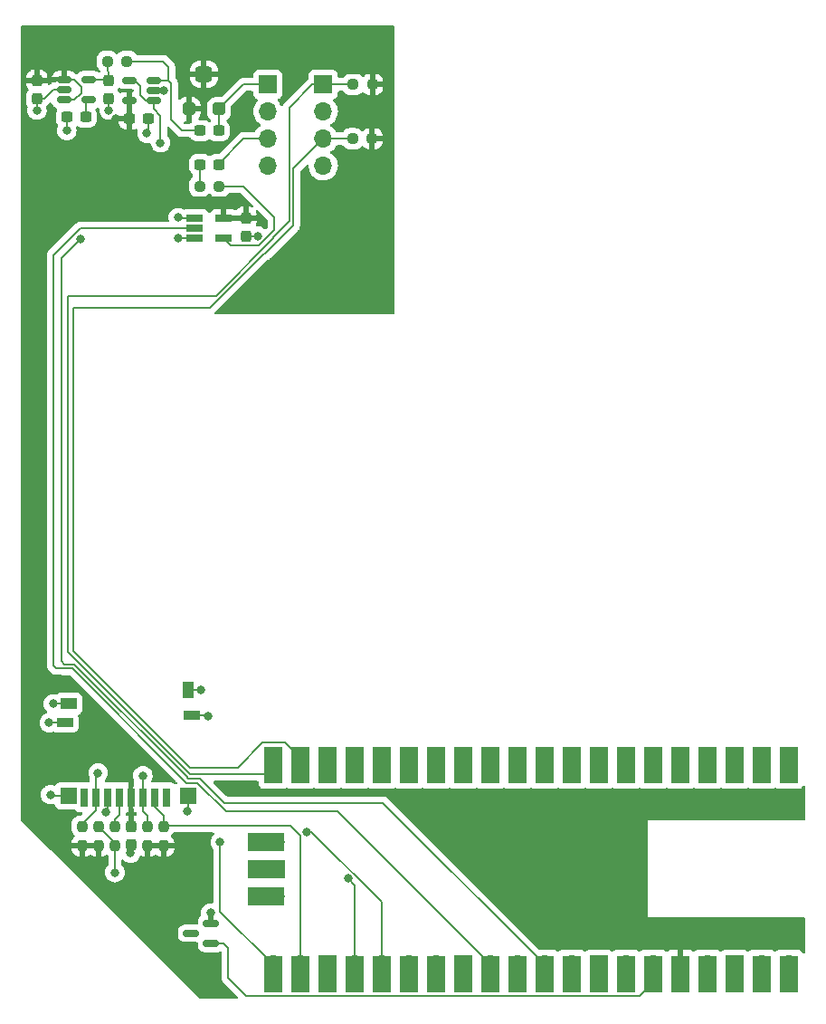
<source format=gtl>
%TF.GenerationSoftware,KiCad,Pcbnew,(6.0.2-0)*%
%TF.CreationDate,2022-05-28T22:41:11-04:00*%
%TF.ProjectId,memory-phone-pcb,6d656d6f-7279-42d7-9068-6f6e652d7063,rev?*%
%TF.SameCoordinates,Original*%
%TF.FileFunction,Copper,L1,Top*%
%TF.FilePolarity,Positive*%
%FSLAX46Y46*%
G04 Gerber Fmt 4.6, Leading zero omitted, Abs format (unit mm)*
G04 Created by KiCad (PCBNEW (6.0.2-0)) date 2022-05-28 22:41:11*
%MOMM*%
%LPD*%
G01*
G04 APERTURE LIST*
G04 Aperture macros list*
%AMRoundRect*
0 Rectangle with rounded corners*
0 $1 Rounding radius*
0 $2 $3 $4 $5 $6 $7 $8 $9 X,Y pos of 4 corners*
0 Add a 4 corners polygon primitive as box body*
4,1,4,$2,$3,$4,$5,$6,$7,$8,$9,$2,$3,0*
0 Add four circle primitives for the rounded corners*
1,1,$1+$1,$2,$3*
1,1,$1+$1,$4,$5*
1,1,$1+$1,$6,$7*
1,1,$1+$1,$8,$9*
0 Add four rect primitives between the rounded corners*
20,1,$1+$1,$2,$3,$4,$5,0*
20,1,$1+$1,$4,$5,$6,$7,0*
20,1,$1+$1,$6,$7,$8,$9,0*
20,1,$1+$1,$8,$9,$2,$3,0*%
G04 Aperture macros list end*
%TA.AperFunction,ComponentPad*%
%ADD10O,1.700000X1.700000*%
%TD*%
%TA.AperFunction,SMDPad,CuDef*%
%ADD11R,1.700000X3.500000*%
%TD*%
%TA.AperFunction,ComponentPad*%
%ADD12R,1.700000X1.700000*%
%TD*%
%TA.AperFunction,SMDPad,CuDef*%
%ADD13R,3.500000X1.700000*%
%TD*%
%TA.AperFunction,SMDPad,CuDef*%
%ADD14RoundRect,0.237500X0.237500X-0.300000X0.237500X0.300000X-0.237500X0.300000X-0.237500X-0.300000X0*%
%TD*%
%TA.AperFunction,SMDPad,CuDef*%
%ADD15RoundRect,0.237500X0.237500X-0.250000X0.237500X0.250000X-0.237500X0.250000X-0.237500X-0.250000X0*%
%TD*%
%TA.AperFunction,SMDPad,CuDef*%
%ADD16RoundRect,0.150000X-0.512500X-0.150000X0.512500X-0.150000X0.512500X0.150000X-0.512500X0.150000X0*%
%TD*%
%TA.AperFunction,SMDPad,CuDef*%
%ADD17RoundRect,0.150000X0.587500X0.150000X-0.587500X0.150000X-0.587500X-0.150000X0.587500X-0.150000X0*%
%TD*%
%TA.AperFunction,SMDPad,CuDef*%
%ADD18RoundRect,0.237500X0.300000X0.237500X-0.300000X0.237500X-0.300000X-0.237500X0.300000X-0.237500X0*%
%TD*%
%TA.AperFunction,SMDPad,CuDef*%
%ADD19RoundRect,0.237500X-0.250000X-0.237500X0.250000X-0.237500X0.250000X0.237500X-0.250000X0.237500X0*%
%TD*%
%TA.AperFunction,SMDPad,CuDef*%
%ADD20RoundRect,0.150000X0.512500X0.150000X-0.512500X0.150000X-0.512500X-0.150000X0.512500X-0.150000X0*%
%TD*%
%TA.AperFunction,SMDPad,CuDef*%
%ADD21RoundRect,0.237500X0.250000X0.237500X-0.250000X0.237500X-0.250000X-0.237500X0.250000X-0.237500X0*%
%TD*%
%TA.AperFunction,SMDPad,CuDef*%
%ADD22R,0.762000X1.803400*%
%TD*%
%TA.AperFunction,SMDPad,CuDef*%
%ADD23R,1.498600X1.498600*%
%TD*%
%TA.AperFunction,SMDPad,CuDef*%
%ADD24R,1.549400X0.838200*%
%TD*%
%TA.AperFunction,SMDPad,CuDef*%
%ADD25R,1.549400X1.041400*%
%TD*%
%TA.AperFunction,SMDPad,CuDef*%
%ADD26R,1.041400X1.549400*%
%TD*%
%TA.AperFunction,SMDPad,CuDef*%
%ADD27RoundRect,0.300000X-0.300000X-0.300000X0.300000X-0.300000X0.300000X0.300000X-0.300000X0.300000X0*%
%TD*%
%TA.AperFunction,SMDPad,CuDef*%
%ADD28RoundRect,0.375000X-0.425000X-0.375000X0.425000X-0.375000X0.425000X0.375000X-0.425000X0.375000X0*%
%TD*%
%TA.AperFunction,SMDPad,CuDef*%
%ADD29RoundRect,0.237500X-0.237500X0.250000X-0.237500X-0.250000X0.237500X-0.250000X0.237500X0.250000X0*%
%TD*%
%TA.AperFunction,SMDPad,CuDef*%
%ADD30RoundRect,0.237500X-0.300000X-0.237500X0.300000X-0.237500X0.300000X0.237500X-0.300000X0.237500X0*%
%TD*%
%TA.AperFunction,SMDPad,CuDef*%
%ADD31R,1.560000X0.650000*%
%TD*%
%TA.AperFunction,ViaPad*%
%ADD32C,0.800000*%
%TD*%
%TA.AperFunction,Conductor*%
%ADD33C,0.200000*%
%TD*%
%TA.AperFunction,Conductor*%
%ADD34C,0.508000*%
%TD*%
G04 APERTURE END LIST*
D10*
%TO.P,U4,1,GPIO0*%
%TO.N,unconnected-(U4-Pad1)*%
X119888000Y-128524000D03*
D11*
X119888000Y-127624000D03*
D10*
%TO.P,U4,2,GPIO1*%
%TO.N,unconnected-(U4-Pad2)*%
X117348000Y-128524000D03*
D11*
X117348000Y-127624000D03*
%TO.P,U4,3,GND*%
%TO.N,GND*%
X114808000Y-127624000D03*
D12*
X114808000Y-128524000D03*
D11*
%TO.P,U4,4,GPIO2*%
%TO.N,unconnected-(U4-Pad4)*%
X112268000Y-127624000D03*
D10*
X112268000Y-128524000D03*
%TO.P,U4,5,GPIO3*%
%TO.N,unconnected-(U4-Pad5)*%
X109728000Y-128524000D03*
D11*
X109728000Y-127624000D03*
D10*
%TO.P,U4,6,GPIO4*%
%TO.N,unconnected-(U4-Pad6)*%
X107188000Y-128524000D03*
D11*
X107188000Y-127624000D03*
%TO.P,U4,7,GPIO5*%
%TO.N,unconnected-(U4-Pad7)*%
X104648000Y-127624000D03*
D10*
X104648000Y-128524000D03*
D11*
%TO.P,U4,8,GND*%
%TO.N,GND*%
X102108000Y-127624000D03*
D12*
X102108000Y-128524000D03*
D11*
%TO.P,U4,9,GPIO6*%
%TO.N,unconnected-(U4-Pad9)*%
X99568000Y-127624000D03*
D10*
X99568000Y-128524000D03*
D11*
%TO.P,U4,10,GPIO7*%
%TO.N,unconnected-(U4-Pad10)*%
X97028000Y-127624000D03*
D10*
X97028000Y-128524000D03*
D11*
%TO.P,U4,11,GPIO8*%
%TO.N,unconnected-(U4-Pad11)*%
X94488000Y-127624000D03*
D10*
X94488000Y-128524000D03*
%TO.P,U4,12,GPIO9*%
%TO.N,unconnected-(U4-Pad12)*%
X91948000Y-128524000D03*
D11*
X91948000Y-127624000D03*
D12*
%TO.P,U4,13,GND*%
%TO.N,GND*%
X89408000Y-128524000D03*
D11*
X89408000Y-127624000D03*
D10*
%TO.P,U4,14,GPIO10*%
%TO.N,unconnected-(U4-Pad14)*%
X86868000Y-128524000D03*
D11*
X86868000Y-127624000D03*
%TO.P,U4,15,GPIO11*%
%TO.N,unconnected-(U4-Pad15)*%
X84328000Y-127624000D03*
D10*
X84328000Y-128524000D03*
%TO.P,U4,16,GPIO12*%
%TO.N,unconnected-(U4-Pad16)*%
X81788000Y-128524000D03*
D11*
X81788000Y-127624000D03*
D10*
%TO.P,U4,17,GPIO13*%
%TO.N,unconnected-(U4-Pad17)*%
X79248000Y-128524000D03*
D11*
X79248000Y-127624000D03*
%TO.P,U4,18,GND*%
%TO.N,GND*%
X76708000Y-127624000D03*
D12*
X76708000Y-128524000D03*
D10*
%TO.P,U4,19,GPIO14*%
%TO.N,/DIAL*%
X74168000Y-128524000D03*
D11*
X74168000Y-127624000D03*
%TO.P,U4,20,GPIO15*%
%TO.N,/HANG_UP*%
X71628000Y-127624000D03*
D10*
X71628000Y-128524000D03*
%TO.P,U4,21,GPIO16*%
%TO.N,/SD_SDO*%
X71628000Y-146304000D03*
D11*
X71628000Y-147204000D03*
%TO.P,U4,22,GPIO17*%
%TO.N,/SD_CSn*%
X74168000Y-147204000D03*
D10*
X74168000Y-146304000D03*
D11*
%TO.P,U4,23,GND*%
%TO.N,GND*%
X76708000Y-147204000D03*
D12*
X76708000Y-146304000D03*
D10*
%TO.P,U4,24,GPIO18*%
%TO.N,/SD_SCK*%
X79248000Y-146304000D03*
D11*
X79248000Y-147204000D03*
D10*
%TO.P,U4,25,GPIO19*%
%TO.N,/SD_SDI*%
X81788000Y-146304000D03*
D11*
X81788000Y-147204000D03*
%TO.P,U4,26,GPIO20*%
%TO.N,unconnected-(U4-Pad26)*%
X84328000Y-147204000D03*
D10*
X84328000Y-146304000D03*
%TO.P,U4,27,GPIO21*%
%TO.N,unconnected-(U4-Pad27)*%
X86868000Y-146304000D03*
D11*
X86868000Y-147204000D03*
D12*
%TO.P,U4,28,GND*%
%TO.N,GND*%
X89408000Y-146304000D03*
D11*
X89408000Y-147204000D03*
%TO.P,U4,29,GPIO22*%
%TO.N,/HANDSET_PWM_OUT*%
X91948000Y-147204000D03*
D10*
X91948000Y-146304000D03*
%TO.P,U4,30,RUN*%
%TO.N,unconnected-(U4-Pad30)*%
X94488000Y-146304000D03*
D11*
X94488000Y-147204000D03*
D10*
%TO.P,U4,31,GPIO26_ADC0*%
%TO.N,/HANDSET_ADC_IN*%
X97028000Y-146304000D03*
D11*
X97028000Y-147204000D03*
%TO.P,U4,32,GPIO27_ADC1*%
%TO.N,unconnected-(U4-Pad32)*%
X99568000Y-147204000D03*
D10*
X99568000Y-146304000D03*
D12*
%TO.P,U4,33,AGND*%
%TO.N,unconnected-(U4-Pad33)*%
X102108000Y-146304000D03*
D11*
X102108000Y-147204000D03*
%TO.P,U4,34,GPIO28_ADC2*%
%TO.N,unconnected-(U4-Pad34)*%
X104648000Y-147204000D03*
D10*
X104648000Y-146304000D03*
D11*
%TO.P,U4,35,ADC_VREF*%
%TO.N,/ADC_VREF*%
X107188000Y-147204000D03*
D10*
X107188000Y-146304000D03*
%TO.P,U4,36,3V3*%
%TO.N,+3V3*%
X109728000Y-146304000D03*
D11*
X109728000Y-147204000D03*
%TO.P,U4,37,3V3_EN*%
%TO.N,unconnected-(U4-Pad37)*%
X112268000Y-147204000D03*
D10*
X112268000Y-146304000D03*
D12*
%TO.P,U4,38,GND*%
%TO.N,GND*%
X114808000Y-146304000D03*
D11*
X114808000Y-147204000D03*
%TO.P,U4,39,VSYS*%
%TO.N,unconnected-(U4-Pad39)*%
X117348000Y-147204000D03*
D10*
X117348000Y-146304000D03*
%TO.P,U4,40,VBUS*%
%TO.N,+5V*%
X119888000Y-146304000D03*
D11*
X119888000Y-147204000D03*
D10*
%TO.P,U4,41,SWCLK*%
%TO.N,unconnected-(U4-Pad41)*%
X71858000Y-134874000D03*
D13*
X70958000Y-134874000D03*
%TO.P,U4,42,GND*%
%TO.N,unconnected-(U4-Pad42)*%
X70958000Y-137414000D03*
D12*
X71858000Y-137414000D03*
D10*
%TO.P,U4,43,SWDIO*%
%TO.N,unconnected-(U4-Pad43)*%
X71858000Y-139954000D03*
D13*
X70958000Y-139954000D03*
%TD*%
D14*
%TO.P,C3,1*%
%TO.N,GND*%
X58339289Y-135147789D03*
%TO.P,C3,2*%
%TO.N,+3V3*%
X58339289Y-133422789D03*
%TD*%
%TO.P,C4,1*%
%TO.N,GND*%
X69088000Y-78205500D03*
%TO.P,C4,2*%
%TO.N,+3V3*%
X69088000Y-76480500D03*
%TD*%
D15*
%TO.P,R2,1*%
%TO.N,+3V3*%
X61387289Y-135197789D03*
%TO.P,R2,2*%
%TO.N,/SD_CSn*%
X61387289Y-133372789D03*
%TD*%
D16*
%TO.P,U3,1,VIN*%
%TO.N,+3V3*%
X52072750Y-63566000D03*
%TO.P,U3,2,GND*%
%TO.N,GND*%
X52072750Y-64516000D03*
%TO.P,U3,3,ON/~{OFF}*%
%TO.N,+3V3*%
X52072750Y-65466000D03*
%TO.P,U3,4,BP*%
%TO.N,Net-(C7-Pad2)*%
X54347750Y-65466000D03*
%TO.P,U3,5,VOUT*%
%TO.N,+1V5*%
X54347750Y-63566000D03*
%TD*%
D17*
%TO.P,U5,1,K*%
%TO.N,/ADC_VREF*%
X65834500Y-144333000D03*
%TO.P,U5,2,A*%
%TO.N,GND*%
X65834500Y-142433000D03*
%TO.P,U5,3*%
%TO.N,N/C*%
X63959500Y-143383000D03*
%TD*%
D18*
%TO.P,C2,1*%
%TO.N,Net-(C2-Pad1)*%
X66521500Y-71501000D03*
%TO.P,C2,2*%
%TO.N,/HANDSET_SPEAKER_OUT*%
X64796500Y-71501000D03*
%TD*%
D14*
%TO.P,C6,1*%
%TO.N,GND*%
X49527250Y-65378500D03*
%TO.P,C6,2*%
%TO.N,+3V3*%
X49527250Y-63653500D03*
%TD*%
D19*
%TO.P,R5,1*%
%TO.N,/HANDSET_SPEAKER_OUT*%
X64746500Y-73533000D03*
%TO.P,R5,2*%
%TO.N,Net-(R5-Pad2)*%
X66571500Y-73533000D03*
%TD*%
D20*
%TO.P,U1,1*%
%TO.N,/HANDSET_ADC_IN*%
X60441000Y-65527000D03*
%TO.P,U1,2,V-*%
%TO.N,GND*%
X60441000Y-64577000D03*
%TO.P,U1,3,+*%
%TO.N,/HANDSET_MIC_IN*%
X60441000Y-63627000D03*
%TO.P,U1,4,-*%
%TO.N,/HANDSET_ADC_IN*%
X58166000Y-63627000D03*
%TO.P,U1,5,V+*%
%TO.N,+3V3*%
X58166000Y-65527000D03*
%TD*%
D15*
%TO.P,R3,1*%
%TO.N,+3V3*%
X59863289Y-135197789D03*
%TO.P,R3,2*%
%TO.N,/SD_SDI*%
X59863289Y-133372789D03*
%TD*%
D21*
%TO.P,R9,1*%
%TO.N,+3V3*%
X80899000Y-69078000D03*
%TO.P,R9,2*%
%TO.N,/DIAL*%
X79074000Y-69078000D03*
%TD*%
D22*
%TO.P,J3,1,1*%
%TO.N,unconnected-(J3-Pad1)*%
X61636001Y-130665990D03*
%TO.P,J3,2,2*%
%TO.N,/SD_CSn*%
X60536000Y-130665990D03*
%TO.P,J3,3,3*%
%TO.N,/SD_SDI*%
X59436000Y-130665990D03*
%TO.P,J3,4,4*%
%TO.N,+3V3*%
X58336000Y-130665990D03*
%TO.P,J3,5,5*%
%TO.N,Net-(J3-Pad5)*%
X57236002Y-130665990D03*
%TO.P,J3,6,6*%
%TO.N,GND*%
X56136002Y-130665990D03*
%TO.P,J3,7,7*%
%TO.N,/SD_SDO*%
X55036001Y-130665990D03*
%TO.P,J3,8,8*%
%TO.N,unconnected-(J3-Pad8)*%
X53936001Y-130665990D03*
D23*
%TO.P,J3,9,GND*%
%TO.N,GND*%
X52460289Y-130513590D03*
%TO.P,J3,10,GND*%
X63710289Y-130513590D03*
D24*
%TO.P,J3,11,GND*%
X52130081Y-123688991D03*
%TO.P,J3,12,GND*%
X64040497Y-123038990D03*
D25*
%TO.P,J3,13,GND*%
X52485605Y-121934989D03*
D26*
%TO.P,J3,14,GND*%
X63639583Y-120613991D03*
%TD*%
D27*
%TO.P,RV1,1,1*%
%TO.N,+3V3*%
X63751000Y-66316000D03*
D28*
%TO.P,RV1,2,2*%
X65151000Y-63066000D03*
D27*
%TO.P,RV1,3,3*%
%TO.N,Net-(C1-Pad1)*%
X66551000Y-66316000D03*
%TD*%
D29*
%TO.P,R1,1*%
%TO.N,Net-(J3-Pad5)*%
X56815289Y-133372789D03*
%TO.P,R1,2*%
%TO.N,/SD_SCK*%
X56815289Y-135197789D03*
%TD*%
D15*
%TO.P,R4,1*%
%TO.N,+3V3*%
X55291289Y-135197789D03*
%TO.P,R4,2*%
%TO.N,/SD_SCK*%
X55291289Y-133372789D03*
%TD*%
D14*
%TO.P,C8,1*%
%TO.N,GND*%
X56258250Y-65378500D03*
%TO.P,C8,2*%
%TO.N,+1V5*%
X56258250Y-63653500D03*
%TD*%
D18*
%TO.P,C1,1*%
%TO.N,Net-(C1-Pad1)*%
X66521500Y-68326000D03*
%TO.P,C1,2*%
%TO.N,/HANDSET_MIC_IN*%
X64796500Y-68326000D03*
%TD*%
D30*
%TO.P,C7,1*%
%TO.N,GND*%
X52347750Y-67056000D03*
%TO.P,C7,2*%
%TO.N,Net-(C7-Pad2)*%
X54072750Y-67056000D03*
%TD*%
D12*
%TO.P,J2,1,Pin_1*%
%TO.N,/HANG_UP*%
X76327000Y-64008000D03*
D10*
%TO.P,J2,2,Pin_2*%
%TO.N,GND*%
X76327000Y-66548000D03*
%TO.P,J2,3,Pin_3*%
%TO.N,/DIAL*%
X76327000Y-69088000D03*
%TO.P,J2,4,Pin_4*%
%TO.N,GND*%
X76327000Y-71628000D03*
%TD*%
D31*
%TO.P,U2,1,~{OE}*%
%TO.N,GND*%
X64309000Y-76520000D03*
%TO.P,U2,2,A*%
%TO.N,/HANDSET_PWM_OUT*%
X64309000Y-77470000D03*
%TO.P,U2,3,GND*%
%TO.N,GND*%
X64309000Y-78420000D03*
%TO.P,U2,4,Y*%
%TO.N,Net-(R5-Pad2)*%
X67009000Y-78420000D03*
%TO.P,U2,5,VCC*%
%TO.N,+3V3*%
X67009000Y-76520000D03*
%TD*%
D18*
%TO.P,C5,1*%
%TO.N,GND*%
X59912000Y-67244000D03*
%TO.P,C5,2*%
%TO.N,+3V3*%
X58187000Y-67244000D03*
%TD*%
D19*
%TO.P,R7,1*%
%TO.N,+1V5*%
X56110500Y-61849000D03*
%TO.P,R7,2*%
%TO.N,/HANDSET_MIC_IN*%
X57935500Y-61849000D03*
%TD*%
D12*
%TO.P,J1,1,Pin_1*%
%TO.N,Net-(C1-Pad1)*%
X71120000Y-64008000D03*
D10*
%TO.P,J1,2,Pin_2*%
%TO.N,GND*%
X71120000Y-66548000D03*
%TO.P,J1,3,Pin_3*%
%TO.N,Net-(C2-Pad1)*%
X71120000Y-69088000D03*
%TO.P,J1,4,Pin_4*%
%TO.N,GND*%
X71120000Y-71628000D03*
%TD*%
D15*
%TO.P,R6,1*%
%TO.N,+3V3*%
X53767289Y-135197789D03*
%TO.P,R6,2*%
%TO.N,/SD_SDO*%
X53767289Y-133372789D03*
%TD*%
D21*
%TO.P,R8,1*%
%TO.N,+3V3*%
X80922500Y-64008000D03*
%TO.P,R8,2*%
%TO.N,/HANG_UP*%
X79097500Y-64008000D03*
%TD*%
D32*
%TO.N,GND*%
X50673000Y-123698000D03*
X65532000Y-123063000D03*
X59817000Y-68580000D03*
X65786000Y-141478000D03*
X51054000Y-121920000D03*
X58293000Y-135890000D03*
X62738000Y-78359000D03*
X62738000Y-76454000D03*
X70180878Y-78181878D03*
X56007000Y-132080000D03*
X52324000Y-68326000D03*
X64897000Y-120650000D03*
X63627000Y-131953000D03*
X49530000Y-66421000D03*
X61402000Y-64577000D03*
X50800000Y-130429000D03*
X56261000Y-66421000D03*
%TO.N,+3V3*%
X65024000Y-147320000D03*
X66675000Y-148844000D03*
X56890500Y-67244000D03*
X64262000Y-146558000D03*
X65786000Y-148082000D03*
%TO.N,/SD_SDI*%
X74798787Y-133884025D03*
X59436000Y-128651000D03*
%TO.N,/SD_SCK*%
X78632884Y-138283116D03*
X56815289Y-137714289D03*
%TO.N,/HANDSET_ADC_IN*%
X53594000Y-78486000D03*
X61087000Y-69469000D03*
%TO.N,/SD_SDO*%
X66675000Y-134874000D03*
X55245000Y-128397000D03*
%TD*%
D33*
%TO.N,Net-(C1-Pad1)*%
X66521500Y-66345500D02*
X66551000Y-66316000D01*
X66551000Y-66316000D02*
X68859000Y-64008000D01*
X68859000Y-64008000D02*
X71120000Y-64008000D01*
X66551000Y-66316000D02*
X66656000Y-66421000D01*
X66521500Y-68326000D02*
X66521500Y-66345500D01*
%TO.N,/HANDSET_MIC_IN*%
X61849000Y-63627000D02*
X61849000Y-63373000D01*
X62101501Y-63879501D02*
X61849000Y-63627000D01*
X61849000Y-63373000D02*
X61849000Y-62357000D01*
X61849000Y-62357000D02*
X61341000Y-61849000D01*
X62101501Y-67308501D02*
X62101501Y-63879501D01*
X60441000Y-63627000D02*
X61849000Y-63627000D01*
X63119000Y-68326000D02*
X62101501Y-67308501D01*
X61341000Y-61849000D02*
X57935500Y-61849000D01*
X64796500Y-68326000D02*
X63119000Y-68326000D01*
%TO.N,Net-(C2-Pad1)*%
X66521500Y-71400500D02*
X68834000Y-69088000D01*
X68834000Y-69088000D02*
X71120000Y-69088000D01*
X66521500Y-71501000D02*
X66521500Y-71400500D01*
%TO.N,/HANDSET_SPEAKER_OUT*%
X64746500Y-73533000D02*
X64746500Y-71551000D01*
X64746500Y-71551000D02*
X64796500Y-71501000D01*
%TO.N,GND*%
X49527250Y-65378500D02*
X49527250Y-66418250D01*
X56258250Y-66418250D02*
X56261000Y-66421000D01*
X64309000Y-78420000D02*
X62799000Y-78420000D01*
X64040497Y-123038990D02*
X65507990Y-123038990D01*
X56136002Y-130665990D02*
X56136002Y-131950998D01*
D34*
X65834500Y-142433000D02*
X65834500Y-141526500D01*
D33*
X60441000Y-64577000D02*
X61402000Y-64577000D01*
X50682009Y-123688991D02*
X50673000Y-123698000D01*
X58339289Y-135147789D02*
X58339289Y-135843711D01*
X56136002Y-131950998D02*
X56007000Y-132080000D01*
X63710289Y-130513590D02*
X63710289Y-131869711D01*
X59912000Y-68485000D02*
X59817000Y-68580000D01*
X70157256Y-78205500D02*
X70180878Y-78181878D01*
D34*
X65834500Y-141526500D02*
X65786000Y-141478000D01*
D33*
X51051250Y-64516000D02*
X52072750Y-64516000D01*
X65507990Y-123038990D02*
X65532000Y-123063000D01*
X59912000Y-67244000D02*
X59912000Y-68485000D01*
X63639583Y-120613991D02*
X64860991Y-120613991D01*
X52347750Y-68302250D02*
X52324000Y-68326000D01*
X49527250Y-66418250D02*
X49530000Y-66421000D01*
X50884590Y-130513590D02*
X50800000Y-130429000D01*
X52130081Y-123688991D02*
X50682009Y-123688991D01*
X62799000Y-78420000D02*
X62738000Y-78359000D01*
X64309000Y-76520000D02*
X62804000Y-76520000D01*
X69088000Y-78205500D02*
X70157256Y-78205500D01*
X63710289Y-131869711D02*
X63627000Y-131953000D01*
X52460289Y-130513590D02*
X50884590Y-130513590D01*
X61468000Y-64643000D02*
X61402000Y-64577000D01*
X50188750Y-65378500D02*
X51051250Y-64516000D01*
X64860991Y-120613991D02*
X64897000Y-120650000D01*
X62804000Y-76520000D02*
X62738000Y-76454000D01*
X51068989Y-121934989D02*
X51054000Y-121920000D01*
X52485605Y-121934989D02*
X51068989Y-121934989D01*
X49527250Y-65378500D02*
X50188750Y-65378500D01*
X58339289Y-135843711D02*
X58293000Y-135890000D01*
X56258250Y-65378500D02*
X56258250Y-66418250D01*
X52347750Y-67056000D02*
X52347750Y-68302250D01*
%TO.N,+3V3*%
X52998245Y-63566000D02*
X52072750Y-63566000D01*
X50516750Y-63653500D02*
X50604250Y-63566000D01*
X69048500Y-76520000D02*
X69088000Y-76480500D01*
X67009000Y-76520000D02*
X69048500Y-76520000D01*
X58166000Y-65527000D02*
X58166000Y-67223000D01*
X58339289Y-133422789D02*
X58336000Y-133419500D01*
X49527250Y-63653500D02*
X50516750Y-63653500D01*
X52072750Y-65466000D02*
X52998245Y-65466000D01*
X52998245Y-65466000D02*
X53658501Y-64805744D01*
X58187000Y-67244000D02*
X56890500Y-67244000D01*
X53658501Y-64805744D02*
X53658501Y-64226256D01*
X58166000Y-67223000D02*
X58187000Y-67244000D01*
X53658501Y-64226256D02*
X52998245Y-63566000D01*
X50604250Y-63566000D02*
X52072750Y-63566000D01*
X58336000Y-133419500D02*
X58336000Y-130665990D01*
%TO.N,Net-(C7-Pad2)*%
X54072750Y-65741000D02*
X54347750Y-65466000D01*
X54072750Y-67056000D02*
X54072750Y-65741000D01*
%TO.N,+1V5*%
X56170750Y-63566000D02*
X56258250Y-63653500D01*
X56258250Y-63653500D02*
X56258250Y-62862250D01*
X54347750Y-63566000D02*
X56170750Y-63566000D01*
X56258250Y-62862250D02*
X56110500Y-62714500D01*
X56110500Y-62714500D02*
X56110500Y-61849000D01*
%TO.N,/HANG_UP*%
X52451000Y-83775507D02*
X52451000Y-117094000D01*
X75277000Y-64008000D02*
X73133489Y-66151511D01*
X63881000Y-128524000D02*
X71628000Y-128524000D01*
X71646510Y-78397484D02*
X66268487Y-83775507D01*
X76327000Y-64008000D02*
X75277000Y-64008000D01*
X73133489Y-76783504D02*
X71646510Y-78270483D01*
X76327000Y-64008000D02*
X79097500Y-64008000D01*
X52451000Y-117094000D02*
X63881000Y-128524000D01*
X71646510Y-78270483D02*
X71646510Y-78397484D01*
X71628000Y-128524000D02*
X71628000Y-126707986D01*
X66268487Y-83775507D02*
X52451000Y-83775507D01*
X73133489Y-66151511D02*
X73133489Y-76783504D01*
%TO.N,/DIAL*%
X52959000Y-84918507D02*
X52959000Y-116967000D01*
X79064000Y-69088000D02*
X79074000Y-69078000D01*
X52959000Y-116967000D02*
X63881000Y-127889000D01*
X70767446Y-79841541D02*
X65690480Y-84918507D01*
X74168000Y-126964978D02*
X74168000Y-128524000D01*
X70894444Y-79841542D02*
X70767446Y-79841541D01*
X65690480Y-84918507D02*
X52959000Y-84918507D01*
X68326000Y-127889000D02*
X70640511Y-125574489D01*
X74168000Y-126873000D02*
X74168000Y-128524000D01*
X73533000Y-77202986D02*
X70894444Y-79841542D01*
X63881000Y-127889000D02*
X68326000Y-127889000D01*
X72777511Y-125574489D02*
X74168000Y-126964978D01*
X70640511Y-125574489D02*
X72777511Y-125574489D01*
X76327000Y-69088000D02*
X79064000Y-69088000D01*
X73533000Y-71882000D02*
X73533000Y-77202986D01*
X76327000Y-69088000D02*
X73533000Y-71882000D01*
%TO.N,/SD_CSn*%
X74168000Y-134242483D02*
X73275517Y-133350000D01*
X60536000Y-131529000D02*
X61387289Y-132380289D01*
X61387289Y-132380289D02*
X61387289Y-133372789D01*
X73275517Y-133350000D02*
X61410078Y-133350000D01*
X60536000Y-130665990D02*
X60536000Y-131529000D01*
X74168000Y-146304000D02*
X74168000Y-134242483D01*
X61410078Y-133350000D02*
X61387289Y-133372789D01*
%TO.N,/SD_SDI*%
X75223037Y-133884025D02*
X74798787Y-133884025D01*
X59436000Y-130665990D02*
X59436000Y-131953000D01*
X81788000Y-146304000D02*
X81788000Y-140448987D01*
X59436000Y-131953000D02*
X59863289Y-132380289D01*
X59436000Y-128651000D02*
X59436000Y-130665990D01*
X81788000Y-140448987D02*
X75223037Y-133884025D01*
X59863289Y-132380289D02*
X59863289Y-133372789D01*
%TO.N,Net-(J3-Pad5)*%
X56815289Y-132761289D02*
X57236002Y-132340576D01*
X56815289Y-133372789D02*
X56815289Y-132761289D01*
X57236002Y-132340576D02*
X57236002Y-130665990D01*
%TO.N,/SD_SCK*%
X79248000Y-146304000D02*
X79248000Y-138898232D01*
X79248000Y-146304000D02*
X79248000Y-147863022D01*
X56815289Y-134896789D02*
X56815289Y-135197789D01*
X79248000Y-138898232D02*
X78632884Y-138283116D01*
X55291289Y-133372789D02*
X56815289Y-134896789D01*
X56815289Y-137714289D02*
X56815289Y-135197789D01*
%TO.N,Net-(R5-Pad2)*%
X68834000Y-73533000D02*
X66571500Y-73533000D01*
X67009000Y-78420000D02*
X67631520Y-79042520D01*
X67631520Y-79042520D02*
X70309480Y-79042520D01*
X71755000Y-76454000D02*
X68834000Y-73533000D01*
X66571500Y-73533000D02*
X66548000Y-73556500D01*
X70309480Y-79042520D02*
X71755000Y-77597000D01*
X66554000Y-78420000D02*
X67009000Y-78420000D01*
X71755000Y-77597000D02*
X71755000Y-76454000D01*
%TO.N,/HANDSET_ADC_IN*%
X97028000Y-146304000D02*
X81915000Y-131191000D01*
X59182000Y-64135000D02*
X58674000Y-63627000D01*
X58674000Y-63627000D02*
X58166000Y-63627000D01*
X63715516Y-128923510D02*
X63481489Y-128689482D01*
X51816000Y-83394507D02*
X51816000Y-80264000D01*
X51816000Y-80264000D02*
X53594000Y-78486000D01*
X60441000Y-66283000D02*
X60441000Y-65527000D01*
X52114493Y-118237000D02*
X51816000Y-117938507D01*
X67056000Y-131191000D02*
X64788511Y-128923511D01*
X81915000Y-131191000D02*
X67056000Y-131191000D01*
X60441000Y-65527000D02*
X59685000Y-65527000D01*
X61087000Y-69469000D02*
X61087000Y-66929000D01*
X53029006Y-118237000D02*
X52114493Y-118237000D01*
X63481489Y-128689482D02*
X53029006Y-118237000D01*
X61087000Y-66929000D02*
X60441000Y-66283000D01*
X59182000Y-65024000D02*
X59182000Y-64135000D01*
X51816000Y-117938507D02*
X51816000Y-83394507D01*
X59685000Y-65527000D02*
X59182000Y-65024000D01*
X64788511Y-128923511D02*
X63715516Y-128923510D01*
%TO.N,/HANDSET_PWM_OUT*%
X51054000Y-79978520D02*
X53562520Y-77470000D01*
X51930500Y-118618000D02*
X51352493Y-118618000D01*
X91948000Y-146304000D02*
X77635484Y-131991484D01*
X77635484Y-131991484D02*
X67234496Y-131991484D01*
X64566034Y-129323022D02*
X63550034Y-129323022D01*
X52863523Y-118636511D02*
X51949009Y-118636510D01*
X67234496Y-131991484D02*
X64566034Y-129323022D01*
X51949009Y-118636510D02*
X51930500Y-118618000D01*
X63550034Y-129323022D02*
X52863523Y-118636511D01*
X51054000Y-118319507D02*
X51054000Y-79978520D01*
X53562520Y-77470000D02*
X64309000Y-77470000D01*
X51352493Y-118618000D02*
X51054000Y-118319507D01*
%TO.N,/ADC_VREF*%
X107188000Y-147955000D02*
X107188000Y-146304000D01*
X66990000Y-144333000D02*
X67437000Y-144780000D01*
X105889489Y-149253511D02*
X107188000Y-147955000D01*
X67437000Y-147574000D02*
X69088000Y-149225000D01*
X65834500Y-144333000D02*
X66990000Y-144333000D01*
X70507000Y-149253511D02*
X105889489Y-149253511D01*
X69088000Y-149225000D02*
X70478489Y-149225000D01*
X67437000Y-144780000D02*
X67437000Y-147574000D01*
X70478489Y-149225000D02*
X70507000Y-149253511D01*
%TO.N,/SD_SDO*%
X55036001Y-131873577D02*
X55036001Y-130665990D01*
X71628000Y-146304000D02*
X66675000Y-141351000D01*
X53767289Y-133142289D02*
X55036001Y-131873577D01*
X55245000Y-128397000D02*
X55036001Y-128605999D01*
X53767289Y-133372789D02*
X53767289Y-133142289D01*
X66675000Y-141351000D02*
X66675000Y-134874000D01*
X55036001Y-128605999D02*
X55036001Y-130665990D01*
%TD*%
%TA.AperFunction,Conductor*%
%TO.N,+3V3*%
G36*
X82934121Y-58528002D02*
G01*
X82980614Y-58581658D01*
X82992000Y-58634000D01*
X82992000Y-85366000D01*
X82971998Y-85434121D01*
X82918342Y-85480614D01*
X82866000Y-85492000D01*
X66281726Y-85492000D01*
X66213605Y-85471998D01*
X66167112Y-85418342D01*
X66157008Y-85348068D01*
X66186502Y-85283488D01*
X66192631Y-85276905D01*
X71005844Y-80463692D01*
X71053578Y-80435063D01*
X71053295Y-80434380D01*
X71058976Y-80432027D01*
X71058982Y-80432025D01*
X71137665Y-80399433D01*
X71201320Y-80373066D01*
X71296516Y-80300019D01*
X71296518Y-80300017D01*
X71328428Y-80275532D01*
X71347899Y-80250158D01*
X71358757Y-80237778D01*
X73929234Y-77667301D01*
X73941625Y-77656434D01*
X73960437Y-77641999D01*
X73966987Y-77636973D01*
X73991474Y-77605061D01*
X73991478Y-77605057D01*
X74064524Y-77509862D01*
X74125838Y-77361837D01*
X74146751Y-77202986D01*
X74142578Y-77171287D01*
X74141500Y-77154842D01*
X74141500Y-72186239D01*
X74161502Y-72118118D01*
X74178405Y-72097144D01*
X74750092Y-71525457D01*
X74812404Y-71491431D01*
X74883219Y-71496496D01*
X74940055Y-71539043D01*
X74964978Y-71607298D01*
X74977110Y-71817715D01*
X74978247Y-71822761D01*
X74978248Y-71822767D01*
X74993872Y-71892093D01*
X75026222Y-72035639D01*
X75064461Y-72129811D01*
X75105566Y-72231040D01*
X75110266Y-72242616D01*
X75136934Y-72286134D01*
X75221490Y-72424117D01*
X75226987Y-72433088D01*
X75373250Y-72601938D01*
X75545126Y-72744632D01*
X75738000Y-72857338D01*
X75946692Y-72937030D01*
X75951760Y-72938061D01*
X75951763Y-72938062D01*
X76059017Y-72959883D01*
X76165597Y-72981567D01*
X76170772Y-72981757D01*
X76170774Y-72981757D01*
X76383673Y-72989564D01*
X76383677Y-72989564D01*
X76388837Y-72989753D01*
X76393957Y-72989097D01*
X76393959Y-72989097D01*
X76605288Y-72962025D01*
X76605289Y-72962025D01*
X76610416Y-72961368D01*
X76653467Y-72948452D01*
X76819429Y-72898661D01*
X76819434Y-72898659D01*
X76824384Y-72897174D01*
X77024994Y-72798896D01*
X77206860Y-72669173D01*
X77260876Y-72615346D01*
X77361435Y-72515137D01*
X77365096Y-72511489D01*
X77384490Y-72484500D01*
X77492435Y-72334277D01*
X77492436Y-72334276D01*
X77495453Y-72330077D01*
X77499071Y-72322758D01*
X77592136Y-72134453D01*
X77592137Y-72134451D01*
X77594430Y-72129811D01*
X77659370Y-71916069D01*
X77688529Y-71694590D01*
X77690156Y-71628000D01*
X77671852Y-71405361D01*
X77617431Y-71188702D01*
X77528354Y-70983840D01*
X77407014Y-70796277D01*
X77256670Y-70631051D01*
X77252619Y-70627852D01*
X77252615Y-70627848D01*
X77085414Y-70495800D01*
X77085410Y-70495798D01*
X77081359Y-70492598D01*
X77040053Y-70469796D01*
X76990084Y-70419364D01*
X76975312Y-70349921D01*
X77000428Y-70283516D01*
X77027780Y-70256909D01*
X77071603Y-70225650D01*
X77206860Y-70129173D01*
X77365096Y-69971489D01*
X77416924Y-69899363D01*
X77492435Y-69794277D01*
X77492436Y-69794276D01*
X77495453Y-69790077D01*
X77507019Y-69766675D01*
X77555132Y-69714467D01*
X77619977Y-69696500D01*
X78112253Y-69696500D01*
X78180374Y-69716502D01*
X78219397Y-69756196D01*
X78235384Y-69782031D01*
X78240566Y-69787204D01*
X78353316Y-69899758D01*
X78353321Y-69899762D01*
X78358497Y-69904929D01*
X78506580Y-69996209D01*
X78671691Y-70050974D01*
X78678527Y-70051674D01*
X78678530Y-70051675D01*
X78725870Y-70056525D01*
X78774428Y-70061500D01*
X79373572Y-70061500D01*
X79376818Y-70061163D01*
X79376822Y-70061163D01*
X79470735Y-70051419D01*
X79470739Y-70051418D01*
X79477593Y-70050707D01*
X79484129Y-70048526D01*
X79484131Y-70048526D01*
X79628903Y-70000226D01*
X79642607Y-69995654D01*
X79790531Y-69904116D01*
X79897601Y-69796859D01*
X79959882Y-69762780D01*
X80030702Y-69767783D01*
X80075791Y-69796704D01*
X80178629Y-69899363D01*
X80190040Y-69908375D01*
X80325563Y-69991912D01*
X80338741Y-69998056D01*
X80490266Y-70048315D01*
X80503632Y-70051181D01*
X80596270Y-70060672D01*
X80602685Y-70061000D01*
X80626885Y-70061000D01*
X80642124Y-70056525D01*
X80643329Y-70055135D01*
X80645000Y-70047452D01*
X80645000Y-70042885D01*
X81153000Y-70042885D01*
X81157475Y-70058124D01*
X81158865Y-70059329D01*
X81166548Y-70061000D01*
X81195266Y-70061000D01*
X81201782Y-70060663D01*
X81295632Y-70050925D01*
X81309028Y-70048032D01*
X81460453Y-69997512D01*
X81473615Y-69991347D01*
X81608992Y-69907574D01*
X81620390Y-69898540D01*
X81732863Y-69785871D01*
X81741875Y-69774460D01*
X81825412Y-69638937D01*
X81831556Y-69625759D01*
X81881815Y-69474234D01*
X81884681Y-69460868D01*
X81894172Y-69368230D01*
X81894500Y-69361815D01*
X81894500Y-69350115D01*
X81890025Y-69334876D01*
X81888635Y-69333671D01*
X81880952Y-69332000D01*
X81171115Y-69332000D01*
X81155876Y-69336475D01*
X81154671Y-69337865D01*
X81153000Y-69345548D01*
X81153000Y-70042885D01*
X80645000Y-70042885D01*
X80645000Y-68805885D01*
X81153000Y-68805885D01*
X81157475Y-68821124D01*
X81158865Y-68822329D01*
X81166548Y-68824000D01*
X81876385Y-68824000D01*
X81891624Y-68819525D01*
X81892829Y-68818135D01*
X81894500Y-68810452D01*
X81894500Y-68794234D01*
X81894163Y-68787718D01*
X81884425Y-68693868D01*
X81881532Y-68680472D01*
X81831012Y-68529047D01*
X81824847Y-68515885D01*
X81741074Y-68380508D01*
X81732040Y-68369110D01*
X81619371Y-68256637D01*
X81607960Y-68247625D01*
X81472437Y-68164088D01*
X81459259Y-68157944D01*
X81307734Y-68107685D01*
X81294368Y-68104819D01*
X81201730Y-68095328D01*
X81195315Y-68095000D01*
X81171115Y-68095000D01*
X81155876Y-68099475D01*
X81154671Y-68100865D01*
X81153000Y-68108548D01*
X81153000Y-68805885D01*
X80645000Y-68805885D01*
X80645000Y-68113115D01*
X80640525Y-68097876D01*
X80639135Y-68096671D01*
X80631452Y-68095000D01*
X80602734Y-68095000D01*
X80596218Y-68095337D01*
X80502368Y-68105075D01*
X80488972Y-68107968D01*
X80337547Y-68158488D01*
X80324385Y-68164653D01*
X80189008Y-68248426D01*
X80177610Y-68257460D01*
X80076107Y-68359140D01*
X80013824Y-68393219D01*
X79943004Y-68388216D01*
X79897916Y-68359295D01*
X79871140Y-68332565D01*
X79789503Y-68251071D01*
X79740938Y-68221135D01*
X79647650Y-68163631D01*
X79647648Y-68163630D01*
X79641420Y-68159791D01*
X79476309Y-68105026D01*
X79469473Y-68104326D01*
X79469470Y-68104325D01*
X79417974Y-68099049D01*
X79373572Y-68094500D01*
X78774428Y-68094500D01*
X78771182Y-68094837D01*
X78771178Y-68094837D01*
X78677265Y-68104581D01*
X78677261Y-68104582D01*
X78670407Y-68105293D01*
X78663871Y-68107474D01*
X78663869Y-68107474D01*
X78578151Y-68136072D01*
X78505393Y-68160346D01*
X78357469Y-68251884D01*
X78352296Y-68257066D01*
X78239742Y-68369816D01*
X78239738Y-68369821D01*
X78234571Y-68374997D01*
X78230729Y-68381229D01*
X78230728Y-68381231D01*
X78207066Y-68419617D01*
X78154294Y-68467110D01*
X78099807Y-68479500D01*
X77619978Y-68479500D01*
X77551857Y-68459498D01*
X77514186Y-68421940D01*
X77509490Y-68414680D01*
X77447873Y-68319435D01*
X77409822Y-68260617D01*
X77409820Y-68260614D01*
X77407014Y-68256277D01*
X77256670Y-68091051D01*
X77252619Y-68087852D01*
X77252615Y-68087848D01*
X77085414Y-67955800D01*
X77085410Y-67955798D01*
X77081359Y-67952598D01*
X77040053Y-67929796D01*
X76990084Y-67879364D01*
X76975312Y-67809921D01*
X77000428Y-67743516D01*
X77027780Y-67716909D01*
X77078690Y-67680595D01*
X77206860Y-67589173D01*
X77219294Y-67576783D01*
X77292467Y-67503865D01*
X77365096Y-67431489D01*
X77370478Y-67424000D01*
X77492435Y-67254277D01*
X77492436Y-67254276D01*
X77495453Y-67250077D01*
X77512887Y-67214803D01*
X77592136Y-67054453D01*
X77592137Y-67054451D01*
X77594430Y-67049811D01*
X77659370Y-66836069D01*
X77688529Y-66614590D01*
X77688611Y-66611240D01*
X77690074Y-66551365D01*
X77690074Y-66551361D01*
X77690156Y-66548000D01*
X77671852Y-66325361D01*
X77617431Y-66108702D01*
X77528354Y-65903840D01*
X77469255Y-65812487D01*
X77409822Y-65720617D01*
X77409820Y-65720614D01*
X77407014Y-65716277D01*
X77390441Y-65698063D01*
X77259798Y-65554488D01*
X77228746Y-65490642D01*
X77237141Y-65420143D01*
X77282317Y-65365375D01*
X77308761Y-65351706D01*
X77415297Y-65311767D01*
X77423705Y-65308615D01*
X77540261Y-65221261D01*
X77627615Y-65104705D01*
X77678745Y-64968316D01*
X77685500Y-64906134D01*
X77685500Y-64742500D01*
X77705502Y-64674379D01*
X77759158Y-64627886D01*
X77811500Y-64616500D01*
X78129564Y-64616500D01*
X78197685Y-64636502D01*
X78236708Y-64676197D01*
X78255030Y-64705805D01*
X78255036Y-64705812D01*
X78258884Y-64712031D01*
X78264062Y-64717200D01*
X78376816Y-64829758D01*
X78376821Y-64829762D01*
X78381997Y-64834929D01*
X78388227Y-64838769D01*
X78388228Y-64838770D01*
X78519464Y-64919665D01*
X78530080Y-64926209D01*
X78695191Y-64980974D01*
X78702027Y-64981674D01*
X78702030Y-64981675D01*
X78749370Y-64986525D01*
X78797928Y-64991500D01*
X79397072Y-64991500D01*
X79400318Y-64991163D01*
X79400322Y-64991163D01*
X79494235Y-64981419D01*
X79494239Y-64981418D01*
X79501093Y-64980707D01*
X79507629Y-64978526D01*
X79507631Y-64978526D01*
X79654276Y-64929601D01*
X79666107Y-64925654D01*
X79814031Y-64834116D01*
X79921101Y-64726859D01*
X79983382Y-64692780D01*
X80054202Y-64697783D01*
X80099291Y-64726704D01*
X80202129Y-64829363D01*
X80213540Y-64838375D01*
X80349063Y-64921912D01*
X80362241Y-64928056D01*
X80513766Y-64978315D01*
X80527132Y-64981181D01*
X80619770Y-64990672D01*
X80626185Y-64991000D01*
X80650385Y-64991000D01*
X80665624Y-64986525D01*
X80666829Y-64985135D01*
X80668500Y-64977452D01*
X80668500Y-64972885D01*
X81176500Y-64972885D01*
X81180975Y-64988124D01*
X81182365Y-64989329D01*
X81190048Y-64991000D01*
X81218766Y-64991000D01*
X81225282Y-64990663D01*
X81319132Y-64980925D01*
X81332528Y-64978032D01*
X81483953Y-64927512D01*
X81497115Y-64921347D01*
X81632492Y-64837574D01*
X81643890Y-64828540D01*
X81756363Y-64715871D01*
X81765375Y-64704460D01*
X81848912Y-64568937D01*
X81855056Y-64555759D01*
X81905315Y-64404234D01*
X81908181Y-64390868D01*
X81917672Y-64298230D01*
X81918000Y-64291815D01*
X81918000Y-64280115D01*
X81913525Y-64264876D01*
X81912135Y-64263671D01*
X81904452Y-64262000D01*
X81194615Y-64262000D01*
X81179376Y-64266475D01*
X81178171Y-64267865D01*
X81176500Y-64275548D01*
X81176500Y-64972885D01*
X80668500Y-64972885D01*
X80668500Y-63735885D01*
X81176500Y-63735885D01*
X81180975Y-63751124D01*
X81182365Y-63752329D01*
X81190048Y-63754000D01*
X81899885Y-63754000D01*
X81915124Y-63749525D01*
X81916329Y-63748135D01*
X81918000Y-63740452D01*
X81918000Y-63724234D01*
X81917663Y-63717718D01*
X81907925Y-63623868D01*
X81905032Y-63610472D01*
X81854512Y-63459047D01*
X81848347Y-63445885D01*
X81764574Y-63310508D01*
X81755540Y-63299110D01*
X81642871Y-63186637D01*
X81631460Y-63177625D01*
X81495937Y-63094088D01*
X81482759Y-63087944D01*
X81331234Y-63037685D01*
X81317868Y-63034819D01*
X81225230Y-63025328D01*
X81218815Y-63025000D01*
X81194615Y-63025000D01*
X81179376Y-63029475D01*
X81178171Y-63030865D01*
X81176500Y-63038548D01*
X81176500Y-63735885D01*
X80668500Y-63735885D01*
X80668500Y-63043115D01*
X80664025Y-63027876D01*
X80662635Y-63026671D01*
X80654952Y-63025000D01*
X80626234Y-63025000D01*
X80619718Y-63025337D01*
X80525868Y-63035075D01*
X80512472Y-63037968D01*
X80361047Y-63088488D01*
X80347885Y-63094653D01*
X80212508Y-63178426D01*
X80201110Y-63187460D01*
X80099607Y-63289140D01*
X80037324Y-63323219D01*
X79966504Y-63318216D01*
X79921416Y-63289295D01*
X79905594Y-63273500D01*
X79813003Y-63181071D01*
X79806772Y-63177230D01*
X79671150Y-63093631D01*
X79671148Y-63093630D01*
X79664920Y-63089791D01*
X79499809Y-63035026D01*
X79492973Y-63034326D01*
X79492970Y-63034325D01*
X79439871Y-63028885D01*
X79397072Y-63024500D01*
X78797928Y-63024500D01*
X78794682Y-63024837D01*
X78794678Y-63024837D01*
X78700765Y-63034581D01*
X78700761Y-63034582D01*
X78693907Y-63035293D01*
X78687371Y-63037474D01*
X78687369Y-63037474D01*
X78554605Y-63081768D01*
X78528893Y-63090346D01*
X78380969Y-63181884D01*
X78375796Y-63187066D01*
X78263242Y-63299816D01*
X78263238Y-63299821D01*
X78258071Y-63304997D01*
X78254229Y-63311229D01*
X78254228Y-63311231D01*
X78236730Y-63339617D01*
X78183957Y-63387110D01*
X78129471Y-63399500D01*
X77811500Y-63399500D01*
X77743379Y-63379498D01*
X77696886Y-63325842D01*
X77685500Y-63273500D01*
X77685500Y-63109866D01*
X77678745Y-63047684D01*
X77627615Y-62911295D01*
X77540261Y-62794739D01*
X77423705Y-62707385D01*
X77287316Y-62656255D01*
X77225134Y-62649500D01*
X75428866Y-62649500D01*
X75366684Y-62656255D01*
X75230295Y-62707385D01*
X75113739Y-62794739D01*
X75026385Y-62911295D01*
X74975255Y-63047684D01*
X74968500Y-63109866D01*
X74968500Y-63415586D01*
X74948498Y-63483707D01*
X74919204Y-63515549D01*
X74874928Y-63549523D01*
X74874925Y-63549526D01*
X74843013Y-63574013D01*
X74837983Y-63580568D01*
X74823548Y-63599379D01*
X74812681Y-63611770D01*
X72737255Y-65687196D01*
X72724864Y-65698063D01*
X72699502Y-65717524D01*
X72675015Y-65749436D01*
X72675012Y-65749439D01*
X72675006Y-65749447D01*
X72607844Y-65836974D01*
X72601965Y-65844635D01*
X72590718Y-65871788D01*
X72566099Y-65931223D01*
X72521551Y-65986504D01*
X72454187Y-66008925D01*
X72385396Y-65991367D01*
X72334142Y-65933250D01*
X72321354Y-65903840D01*
X72262255Y-65812487D01*
X72202822Y-65720617D01*
X72202820Y-65720614D01*
X72200014Y-65716277D01*
X72183441Y-65698063D01*
X72052798Y-65554488D01*
X72021746Y-65490642D01*
X72030141Y-65420143D01*
X72075317Y-65365375D01*
X72101761Y-65351706D01*
X72208297Y-65311767D01*
X72216705Y-65308615D01*
X72333261Y-65221261D01*
X72420615Y-65104705D01*
X72471745Y-64968316D01*
X72478500Y-64906134D01*
X72478500Y-63109866D01*
X72471745Y-63047684D01*
X72420615Y-62911295D01*
X72333261Y-62794739D01*
X72216705Y-62707385D01*
X72080316Y-62656255D01*
X72018134Y-62649500D01*
X70221866Y-62649500D01*
X70159684Y-62656255D01*
X70023295Y-62707385D01*
X69906739Y-62794739D01*
X69819385Y-62911295D01*
X69768255Y-63047684D01*
X69761500Y-63109866D01*
X69761500Y-63273500D01*
X69741498Y-63341621D01*
X69687842Y-63388114D01*
X69635500Y-63399500D01*
X68907136Y-63399500D01*
X68890693Y-63398422D01*
X68859000Y-63394250D01*
X68850811Y-63395328D01*
X68819126Y-63399499D01*
X68819117Y-63399500D01*
X68819115Y-63399500D01*
X68819109Y-63399501D01*
X68819107Y-63399501D01*
X68719543Y-63412609D01*
X68708336Y-63414084D01*
X68708334Y-63414085D01*
X68700149Y-63415162D01*
X68552124Y-63476476D01*
X68545573Y-63481503D01*
X68545571Y-63481504D01*
X68471768Y-63538136D01*
X68425013Y-63574013D01*
X68419987Y-63580563D01*
X68405548Y-63599380D01*
X68394681Y-63611771D01*
X66835856Y-65170595D01*
X66773544Y-65204621D01*
X66746761Y-65207500D01*
X66162272Y-65207500D01*
X66157485Y-65207776D01*
X66152289Y-65208976D01*
X66152286Y-65208976D01*
X66075767Y-65226642D01*
X65980748Y-65248579D01*
X65817443Y-65327524D01*
X65675687Y-65440687D01*
X65562524Y-65582443D01*
X65483579Y-65745748D01*
X65481995Y-65752609D01*
X65447081Y-65903840D01*
X65442776Y-65922485D01*
X65442500Y-65927272D01*
X65442500Y-66704728D01*
X65442776Y-66709515D01*
X65443976Y-66714711D01*
X65443976Y-66714714D01*
X65463269Y-66798279D01*
X65483579Y-66886252D01*
X65562524Y-67049557D01*
X65675687Y-67191313D01*
X65681190Y-67195706D01*
X65788333Y-67281238D01*
X65829092Y-67339369D01*
X65831952Y-67410308D01*
X65796006Y-67471532D01*
X65776034Y-67486848D01*
X65754969Y-67499884D01*
X65748077Y-67506788D01*
X65746613Y-67507589D01*
X65744062Y-67509611D01*
X65743716Y-67509174D01*
X65685796Y-67540866D01*
X65614976Y-67535863D01*
X65569890Y-67506944D01*
X65567184Y-67504243D01*
X65562003Y-67499071D01*
X65555772Y-67495230D01*
X65420150Y-67411631D01*
X65420148Y-67411630D01*
X65413920Y-67407791D01*
X65248809Y-67353026D01*
X65241973Y-67352326D01*
X65241970Y-67352325D01*
X65190474Y-67347049D01*
X65146072Y-67342500D01*
X64766793Y-67342500D01*
X64698672Y-67322498D01*
X64652179Y-67268842D01*
X64642075Y-67198568D01*
X64668321Y-67137891D01*
X64734657Y-67054793D01*
X64742118Y-67042945D01*
X64814880Y-66892430D01*
X64819532Y-66879220D01*
X64857523Y-66714658D01*
X64858946Y-66704723D01*
X64859000Y-66702847D01*
X64859000Y-66588115D01*
X64854525Y-66572876D01*
X64853135Y-66571671D01*
X64845452Y-66570000D01*
X64023115Y-66570000D01*
X64007876Y-66574475D01*
X64006671Y-66575865D01*
X64005000Y-66583548D01*
X64005000Y-67405882D01*
X64010962Y-67426186D01*
X64010962Y-67497182D01*
X63979239Y-67550702D01*
X63907071Y-67622997D01*
X63903229Y-67629229D01*
X63903228Y-67629231D01*
X63885730Y-67657617D01*
X63832957Y-67705110D01*
X63778471Y-67717500D01*
X63423239Y-67717500D01*
X63355118Y-67697498D01*
X63334144Y-67680595D01*
X63292644Y-67639095D01*
X63258618Y-67576783D01*
X63263683Y-67505968D01*
X63306230Y-67449132D01*
X63372750Y-67424321D01*
X63381739Y-67424000D01*
X63478885Y-67424000D01*
X63494124Y-67419525D01*
X63495329Y-67418135D01*
X63497000Y-67410452D01*
X63497000Y-66043885D01*
X64005000Y-66043885D01*
X64009475Y-66059124D01*
X64010865Y-66060329D01*
X64018548Y-66062000D01*
X64840884Y-66062000D01*
X64856123Y-66057525D01*
X64857328Y-66056135D01*
X64858999Y-66048452D01*
X64858999Y-65929123D01*
X64858946Y-65927286D01*
X64857523Y-65917343D01*
X64819532Y-65752780D01*
X64814880Y-65739570D01*
X64742118Y-65589055D01*
X64734657Y-65577207D01*
X64630347Y-65446540D01*
X64620460Y-65436653D01*
X64489793Y-65332343D01*
X64477945Y-65324882D01*
X64327430Y-65252120D01*
X64314220Y-65247468D01*
X64149658Y-65209477D01*
X64139723Y-65208054D01*
X64137847Y-65208000D01*
X64023115Y-65208000D01*
X64007876Y-65212475D01*
X64006671Y-65213865D01*
X64005000Y-65221548D01*
X64005000Y-66043885D01*
X63497000Y-66043885D01*
X63497000Y-65226116D01*
X63492525Y-65210877D01*
X63491135Y-65209672D01*
X63483452Y-65208001D01*
X63364123Y-65208001D01*
X63362286Y-65208054D01*
X63352343Y-65209477D01*
X63187780Y-65247468D01*
X63174570Y-65252120D01*
X63024055Y-65324882D01*
X63012201Y-65332347D01*
X62914610Y-65410253D01*
X62848894Y-65437121D01*
X62779084Y-65424194D01*
X62727345Y-65375577D01*
X62710001Y-65311782D01*
X62710001Y-63927637D01*
X62711079Y-63911191D01*
X62714173Y-63887689D01*
X62715251Y-63879501D01*
X62710001Y-63839623D01*
X62710001Y-63839616D01*
X62698573Y-63752813D01*
X62695417Y-63728839D01*
X62694339Y-63720651D01*
X62633025Y-63572626D01*
X62615298Y-63549523D01*
X62589228Y-63515549D01*
X62577554Y-63500335D01*
X63843000Y-63500335D01*
X63843193Y-63505261D01*
X63848614Y-63574140D01*
X63850561Y-63585467D01*
X63895401Y-63752813D01*
X63900102Y-63765059D01*
X63978378Y-63918682D01*
X63985530Y-63929696D01*
X64094034Y-64063689D01*
X64103311Y-64072966D01*
X64237304Y-64181470D01*
X64248318Y-64188622D01*
X64401941Y-64266898D01*
X64414187Y-64271599D01*
X64581533Y-64316439D01*
X64592860Y-64318386D01*
X64661739Y-64323807D01*
X64666665Y-64324000D01*
X64878885Y-64324000D01*
X64894124Y-64319525D01*
X64895329Y-64318135D01*
X64897000Y-64310452D01*
X64897000Y-64305885D01*
X65405000Y-64305885D01*
X65409475Y-64321124D01*
X65410865Y-64322329D01*
X65418548Y-64324000D01*
X65635335Y-64324000D01*
X65640261Y-64323807D01*
X65709140Y-64318386D01*
X65720467Y-64316439D01*
X65887813Y-64271599D01*
X65900059Y-64266898D01*
X66053682Y-64188622D01*
X66064696Y-64181470D01*
X66198689Y-64072966D01*
X66207966Y-64063689D01*
X66316470Y-63929696D01*
X66323622Y-63918682D01*
X66401898Y-63765059D01*
X66406599Y-63752813D01*
X66451439Y-63585467D01*
X66453386Y-63574140D01*
X66458807Y-63505261D01*
X66459000Y-63500335D01*
X66459000Y-63338115D01*
X66454525Y-63322876D01*
X66453135Y-63321671D01*
X66445452Y-63320000D01*
X65423115Y-63320000D01*
X65407876Y-63324475D01*
X65406671Y-63325865D01*
X65405000Y-63333548D01*
X65405000Y-64305885D01*
X64897000Y-64305885D01*
X64897000Y-63338115D01*
X64892525Y-63322876D01*
X64891135Y-63321671D01*
X64883452Y-63320000D01*
X63861115Y-63320000D01*
X63845876Y-63324475D01*
X63844671Y-63325865D01*
X63843000Y-63333548D01*
X63843000Y-63500335D01*
X62577554Y-63500335D01*
X62573191Y-63494649D01*
X62559978Y-63477429D01*
X62559966Y-63477414D01*
X62545872Y-63459047D01*
X62535488Y-63445514D01*
X62528933Y-63440484D01*
X62510122Y-63426049D01*
X62497731Y-63415182D01*
X62494405Y-63411856D01*
X62460379Y-63349544D01*
X62457500Y-63322761D01*
X62457500Y-62793885D01*
X63843000Y-62793885D01*
X63847475Y-62809124D01*
X63848865Y-62810329D01*
X63856548Y-62812000D01*
X64878885Y-62812000D01*
X64894124Y-62807525D01*
X64895329Y-62806135D01*
X64897000Y-62798452D01*
X64897000Y-62793885D01*
X65405000Y-62793885D01*
X65409475Y-62809124D01*
X65410865Y-62810329D01*
X65418548Y-62812000D01*
X66440885Y-62812000D01*
X66456124Y-62807525D01*
X66457329Y-62806135D01*
X66459000Y-62798452D01*
X66459000Y-62631666D01*
X66458807Y-62626739D01*
X66453386Y-62557860D01*
X66451439Y-62546533D01*
X66406599Y-62379187D01*
X66401898Y-62366941D01*
X66323622Y-62213318D01*
X66316470Y-62202304D01*
X66207966Y-62068311D01*
X66198689Y-62059034D01*
X66064696Y-61950530D01*
X66053682Y-61943378D01*
X65900059Y-61865102D01*
X65887813Y-61860401D01*
X65720467Y-61815561D01*
X65709140Y-61813614D01*
X65640261Y-61808193D01*
X65635334Y-61808000D01*
X65423115Y-61808000D01*
X65407876Y-61812475D01*
X65406671Y-61813865D01*
X65405000Y-61821548D01*
X65405000Y-62793885D01*
X64897000Y-62793885D01*
X64897000Y-61826115D01*
X64892525Y-61810876D01*
X64891135Y-61809671D01*
X64883452Y-61808000D01*
X64666666Y-61808000D01*
X64661739Y-61808193D01*
X64592860Y-61813614D01*
X64581533Y-61815561D01*
X64414187Y-61860401D01*
X64401941Y-61865102D01*
X64248318Y-61943378D01*
X64237304Y-61950530D01*
X64103311Y-62059034D01*
X64094034Y-62068311D01*
X63985530Y-62202304D01*
X63978378Y-62213318D01*
X63900102Y-62366941D01*
X63895401Y-62379187D01*
X63850561Y-62546533D01*
X63848614Y-62557860D01*
X63843193Y-62626739D01*
X63843000Y-62631666D01*
X63843000Y-62793885D01*
X62457500Y-62793885D01*
X62457500Y-62405136D01*
X62458578Y-62388690D01*
X62461672Y-62365188D01*
X62462750Y-62357000D01*
X62457500Y-62317122D01*
X62457500Y-62317115D01*
X62441838Y-62198150D01*
X62380524Y-62050125D01*
X62348085Y-62007850D01*
X62307477Y-61954928D01*
X62307474Y-61954925D01*
X62298614Y-61943378D01*
X62288016Y-61929566D01*
X62288013Y-61929563D01*
X62282987Y-61923013D01*
X62276432Y-61917983D01*
X62257621Y-61903548D01*
X62245230Y-61892681D01*
X61805315Y-61452766D01*
X61794448Y-61440375D01*
X61780013Y-61421563D01*
X61774987Y-61415013D01*
X61743075Y-61390526D01*
X61743072Y-61390523D01*
X61647876Y-61317476D01*
X61499851Y-61256162D01*
X61491664Y-61255084D01*
X61491663Y-61255084D01*
X61480458Y-61253609D01*
X61449262Y-61249502D01*
X61380885Y-61240500D01*
X61380882Y-61240500D01*
X61380874Y-61240499D01*
X61349189Y-61236328D01*
X61341000Y-61235250D01*
X61309307Y-61239422D01*
X61292864Y-61240500D01*
X58903436Y-61240500D01*
X58835315Y-61220498D01*
X58796292Y-61180803D01*
X58777970Y-61151195D01*
X58777964Y-61151188D01*
X58774116Y-61144969D01*
X58759062Y-61129941D01*
X58656184Y-61027242D01*
X58656179Y-61027238D01*
X58651003Y-61022071D01*
X58502920Y-60930791D01*
X58337809Y-60876026D01*
X58330973Y-60875326D01*
X58330970Y-60875325D01*
X58279474Y-60870049D01*
X58235072Y-60865500D01*
X57635928Y-60865500D01*
X57632682Y-60865837D01*
X57632678Y-60865837D01*
X57538765Y-60875581D01*
X57538761Y-60875582D01*
X57531907Y-60876293D01*
X57525371Y-60878474D01*
X57525369Y-60878474D01*
X57392605Y-60922768D01*
X57366893Y-60931346D01*
X57218969Y-61022884D01*
X57213796Y-61028066D01*
X57112253Y-61129786D01*
X57049970Y-61163865D01*
X56979150Y-61158862D01*
X56934063Y-61129941D01*
X56831188Y-61027246D01*
X56831183Y-61027242D01*
X56826003Y-61022071D01*
X56677920Y-60930791D01*
X56512809Y-60876026D01*
X56505973Y-60875326D01*
X56505970Y-60875325D01*
X56454474Y-60870049D01*
X56410072Y-60865500D01*
X55810928Y-60865500D01*
X55807682Y-60865837D01*
X55807678Y-60865837D01*
X55713765Y-60875581D01*
X55713761Y-60875582D01*
X55706907Y-60876293D01*
X55700371Y-60878474D01*
X55700369Y-60878474D01*
X55567605Y-60922768D01*
X55541893Y-60931346D01*
X55393969Y-61022884D01*
X55388796Y-61028066D01*
X55276242Y-61140816D01*
X55276238Y-61140821D01*
X55271071Y-61145997D01*
X55267231Y-61152227D01*
X55267230Y-61152228D01*
X55203829Y-61255084D01*
X55179791Y-61294080D01*
X55125026Y-61459191D01*
X55114500Y-61561928D01*
X55114500Y-62136072D01*
X55114837Y-62139318D01*
X55114837Y-62139322D01*
X55122515Y-62213318D01*
X55125293Y-62240093D01*
X55127474Y-62246629D01*
X55127474Y-62246631D01*
X55164296Y-62357000D01*
X55180346Y-62405107D01*
X55271884Y-62553031D01*
X55394997Y-62675929D01*
X55399949Y-62678981D01*
X55400838Y-62680236D01*
X55406864Y-62683245D01*
X55412960Y-62687002D01*
X55460457Y-62739771D01*
X55471886Y-62809841D01*
X55443617Y-62874967D01*
X55436029Y-62883281D01*
X55435483Y-62883828D01*
X55373202Y-62917910D01*
X55302382Y-62912910D01*
X55270897Y-62895387D01*
X55267057Y-62891547D01*
X55262772Y-62889013D01*
X55262177Y-62888189D01*
X55257358Y-62885811D01*
X55151546Y-62823234D01*
X55123851Y-62806855D01*
X55116240Y-62804644D01*
X55116238Y-62804643D01*
X55031972Y-62780162D01*
X54964081Y-62760438D01*
X54957676Y-62759934D01*
X54957671Y-62759933D01*
X54929208Y-62757693D01*
X54929200Y-62757693D01*
X54926752Y-62757500D01*
X53768748Y-62757500D01*
X53766300Y-62757693D01*
X53766292Y-62757693D01*
X53737829Y-62759933D01*
X53737824Y-62759934D01*
X53731419Y-62760438D01*
X53663528Y-62780162D01*
X53579262Y-62804643D01*
X53579260Y-62804644D01*
X53571649Y-62806855D01*
X53546991Y-62821438D01*
X53435270Y-62887509D01*
X53435267Y-62887511D01*
X53428443Y-62891547D01*
X53310797Y-63009193D01*
X53308357Y-63013319D01*
X53251930Y-63054066D01*
X53181038Y-63057914D01*
X53119319Y-63022825D01*
X53110373Y-63012500D01*
X53103698Y-63003895D01*
X52997354Y-62897551D01*
X52984928Y-62887911D01*
X52855471Y-62811352D01*
X52841040Y-62805107D01*
X52695185Y-62762731D01*
X52682583Y-62760430D01*
X52654166Y-62758193D01*
X52649236Y-62758000D01*
X52344865Y-62758000D01*
X52329626Y-62762475D01*
X52328421Y-62763865D01*
X52326750Y-62771548D01*
X52326750Y-63581500D01*
X52306748Y-63649621D01*
X52253092Y-63696114D01*
X52200750Y-63707500D01*
X51493748Y-63707500D01*
X51491300Y-63707693D01*
X51491292Y-63707693D01*
X51462829Y-63709933D01*
X51462824Y-63709934D01*
X51456419Y-63710438D01*
X51393082Y-63728839D01*
X51304262Y-63754643D01*
X51304260Y-63754644D01*
X51296649Y-63756855D01*
X51289822Y-63760892D01*
X51289823Y-63760892D01*
X51219547Y-63802453D01*
X51155408Y-63820000D01*
X50923372Y-63820000D01*
X50909843Y-63823973D01*
X50905994Y-63850741D01*
X50876501Y-63915322D01*
X50829492Y-63949219D01*
X50805688Y-63959079D01*
X50744374Y-63984476D01*
X50712952Y-64008587D01*
X50646735Y-64034187D01*
X50577186Y-64019923D01*
X50526390Y-63970322D01*
X50518965Y-63941938D01*
X50515354Y-63942998D01*
X50505775Y-63910376D01*
X50504385Y-63909171D01*
X50496702Y-63907500D01*
X48562365Y-63907500D01*
X48547126Y-63911975D01*
X48545921Y-63913365D01*
X48544250Y-63921048D01*
X48544250Y-63999766D01*
X48544587Y-64006282D01*
X48554325Y-64100132D01*
X48557218Y-64113528D01*
X48607738Y-64264953D01*
X48613903Y-64278115D01*
X48697676Y-64413492D01*
X48706714Y-64424894D01*
X48708389Y-64426567D01*
X48709169Y-64427993D01*
X48711257Y-64430627D01*
X48710806Y-64430984D01*
X48742469Y-64488849D01*
X48737466Y-64559669D01*
X48708549Y-64604754D01*
X48708225Y-64605079D01*
X48700321Y-64612997D01*
X48696481Y-64619227D01*
X48696480Y-64619228D01*
X48613540Y-64753782D01*
X48609041Y-64761080D01*
X48554276Y-64926191D01*
X48553576Y-64933027D01*
X48553575Y-64933030D01*
X48548668Y-64980925D01*
X48543750Y-65028928D01*
X48543750Y-65728072D01*
X48544087Y-65731318D01*
X48544087Y-65731322D01*
X48552509Y-65812487D01*
X48554543Y-65832093D01*
X48556724Y-65838629D01*
X48556724Y-65838631D01*
X48584700Y-65922485D01*
X48609596Y-65997107D01*
X48643455Y-66051823D01*
X48646315Y-66056444D01*
X48665153Y-66124896D01*
X48659004Y-66161684D01*
X48638499Y-66224789D01*
X48638498Y-66224793D01*
X48636458Y-66231072D01*
X48635768Y-66237638D01*
X48635767Y-66237642D01*
X48624959Y-66340480D01*
X48616496Y-66421000D01*
X48617186Y-66427565D01*
X48632459Y-66572876D01*
X48636458Y-66610928D01*
X48695473Y-66792556D01*
X48790960Y-66957944D01*
X48795378Y-66962851D01*
X48795379Y-66962852D01*
X48873677Y-67049811D01*
X48918747Y-67099866D01*
X49073248Y-67212118D01*
X49079276Y-67214802D01*
X49079278Y-67214803D01*
X49241681Y-67287109D01*
X49247712Y-67289794D01*
X49341113Y-67309647D01*
X49428056Y-67328128D01*
X49428061Y-67328128D01*
X49434513Y-67329500D01*
X49625487Y-67329500D01*
X49631939Y-67328128D01*
X49631944Y-67328128D01*
X49718887Y-67309647D01*
X49812288Y-67289794D01*
X49818319Y-67287109D01*
X49980722Y-67214803D01*
X49980724Y-67214802D01*
X49986752Y-67212118D01*
X50141253Y-67099866D01*
X50186323Y-67049811D01*
X50264621Y-66962852D01*
X50264622Y-66962851D01*
X50269040Y-66957944D01*
X50364527Y-66792556D01*
X50423542Y-66610928D01*
X50427542Y-66572876D01*
X50442814Y-66427565D01*
X50443504Y-66421000D01*
X50435041Y-66340480D01*
X50424233Y-66237642D01*
X50424232Y-66237638D01*
X50423542Y-66231072D01*
X50421502Y-66224793D01*
X50421501Y-66224789D01*
X50399086Y-66155806D01*
X50397058Y-66084838D01*
X50411660Y-66050752D01*
X50441618Y-66002152D01*
X50441620Y-66002149D01*
X50445459Y-65995920D01*
X50454365Y-65969069D01*
X50497254Y-65908775D01*
X50590822Y-65836977D01*
X50590825Y-65836974D01*
X50598859Y-65830809D01*
X50622737Y-65812487D01*
X50627767Y-65805932D01*
X50642202Y-65787121D01*
X50653069Y-65774730D01*
X50710153Y-65717646D01*
X50772465Y-65683620D01*
X50843280Y-65688685D01*
X50900116Y-65731232D01*
X50920245Y-65771588D01*
X50949356Y-65871788D01*
X50955602Y-65886221D01*
X51032161Y-66015678D01*
X51041801Y-66028104D01*
X51148146Y-66134449D01*
X51160572Y-66144089D01*
X51290029Y-66220648D01*
X51304462Y-66226894D01*
X51341902Y-66237771D01*
X51401737Y-66275984D01*
X51431415Y-66340480D01*
X51421512Y-66410782D01*
X51414009Y-66424884D01*
X51371614Y-66493662D01*
X51367041Y-66501080D01*
X51312276Y-66666191D01*
X51311576Y-66673027D01*
X51311575Y-66673030D01*
X51306299Y-66724526D01*
X51301750Y-66768928D01*
X51301750Y-67343072D01*
X51302087Y-67346318D01*
X51302087Y-67346322D01*
X51310374Y-67426186D01*
X51312543Y-67447093D01*
X51314724Y-67453629D01*
X51314724Y-67453631D01*
X51342159Y-67535863D01*
X51367596Y-67612107D01*
X51459134Y-67760031D01*
X51481099Y-67781957D01*
X51515179Y-67844238D01*
X51510177Y-67915059D01*
X51501205Y-67934124D01*
X51489473Y-67954444D01*
X51430458Y-68136072D01*
X51429768Y-68142633D01*
X51429768Y-68142635D01*
X51411186Y-68319435D01*
X51410496Y-68326000D01*
X51411186Y-68332565D01*
X51428608Y-68498322D01*
X51430458Y-68515928D01*
X51489473Y-68697556D01*
X51584960Y-68862944D01*
X51589378Y-68867851D01*
X51589379Y-68867852D01*
X51708325Y-68999955D01*
X51712747Y-69004866D01*
X51783182Y-69056040D01*
X51859012Y-69111134D01*
X51867248Y-69117118D01*
X51873276Y-69119802D01*
X51873278Y-69119803D01*
X51954509Y-69155969D01*
X52041712Y-69194794D01*
X52135113Y-69214647D01*
X52222056Y-69233128D01*
X52222061Y-69233128D01*
X52228513Y-69234500D01*
X52419487Y-69234500D01*
X52425939Y-69233128D01*
X52425944Y-69233128D01*
X52512887Y-69214647D01*
X52606288Y-69194794D01*
X52693491Y-69155969D01*
X52774722Y-69119803D01*
X52774724Y-69119802D01*
X52780752Y-69117118D01*
X52788989Y-69111134D01*
X52864818Y-69056040D01*
X52935253Y-69004866D01*
X52939675Y-68999955D01*
X53058621Y-68867852D01*
X53058622Y-68867851D01*
X53063040Y-68862944D01*
X53158527Y-68697556D01*
X53217542Y-68515928D01*
X53219393Y-68498322D01*
X53236814Y-68332565D01*
X53237504Y-68326000D01*
X53236814Y-68319435D01*
X53218232Y-68142635D01*
X53218232Y-68142633D01*
X53217542Y-68136072D01*
X53208410Y-68107968D01*
X53198194Y-68076524D01*
X53196167Y-68005556D01*
X53232829Y-67944758D01*
X53296542Y-67913433D01*
X53367076Y-67921527D01*
X53384144Y-67930329D01*
X53449098Y-67970368D01*
X53449101Y-67970369D01*
X53455330Y-67974209D01*
X53620441Y-68028974D01*
X53627277Y-68029674D01*
X53627280Y-68029675D01*
X53678776Y-68034951D01*
X53723178Y-68039500D01*
X54422322Y-68039500D01*
X54425568Y-68039163D01*
X54425572Y-68039163D01*
X54519485Y-68029419D01*
X54519489Y-68029418D01*
X54526343Y-68028707D01*
X54532879Y-68026526D01*
X54532881Y-68026526D01*
X54677899Y-67978144D01*
X54691357Y-67973654D01*
X54839281Y-67882116D01*
X54844454Y-67876934D01*
X54957008Y-67764184D01*
X54957012Y-67764179D01*
X54962179Y-67759003D01*
X54966020Y-67752772D01*
X55049619Y-67617150D01*
X55049620Y-67617148D01*
X55053459Y-67610920D01*
X55081040Y-67527766D01*
X57141500Y-67527766D01*
X57141837Y-67534282D01*
X57151575Y-67628132D01*
X57154468Y-67641528D01*
X57204988Y-67792953D01*
X57211153Y-67806115D01*
X57294926Y-67941492D01*
X57303960Y-67952890D01*
X57416629Y-68065363D01*
X57428040Y-68074375D01*
X57563563Y-68157912D01*
X57576741Y-68164056D01*
X57728266Y-68214315D01*
X57741632Y-68217181D01*
X57834270Y-68226672D01*
X57840685Y-68227000D01*
X57914885Y-68227000D01*
X57930124Y-68222525D01*
X57931329Y-68221135D01*
X57933000Y-68213452D01*
X57933000Y-67516115D01*
X57928525Y-67500876D01*
X57927135Y-67499671D01*
X57919452Y-67498000D01*
X57159615Y-67498000D01*
X57144376Y-67502475D01*
X57143171Y-67503865D01*
X57141500Y-67511548D01*
X57141500Y-67527766D01*
X55081040Y-67527766D01*
X55108224Y-67445809D01*
X55109318Y-67435137D01*
X55115049Y-67379192D01*
X55118750Y-67343072D01*
X55118750Y-66768928D01*
X55116036Y-66742767D01*
X55108669Y-66671765D01*
X55108668Y-66671761D01*
X55107957Y-66664907D01*
X55052904Y-66499893D01*
X55006877Y-66425514D01*
X54988039Y-66357062D01*
X55009200Y-66289292D01*
X55063641Y-66243721D01*
X55078868Y-66238214D01*
X55116238Y-66227357D01*
X55116240Y-66227356D01*
X55123851Y-66225145D01*
X55168633Y-66198661D01*
X55237449Y-66181201D01*
X55304780Y-66203718D01*
X55349250Y-66259062D01*
X55358082Y-66320283D01*
X55347496Y-66421000D01*
X55348186Y-66427565D01*
X55363459Y-66572876D01*
X55367458Y-66610928D01*
X55426473Y-66792556D01*
X55521960Y-66957944D01*
X55526378Y-66962851D01*
X55526379Y-66962852D01*
X55604677Y-67049811D01*
X55649747Y-67099866D01*
X55804248Y-67212118D01*
X55810276Y-67214802D01*
X55810278Y-67214803D01*
X55972681Y-67287109D01*
X55978712Y-67289794D01*
X56072113Y-67309647D01*
X56159056Y-67328128D01*
X56159061Y-67328128D01*
X56165513Y-67329500D01*
X56356487Y-67329500D01*
X56362939Y-67328128D01*
X56362944Y-67328128D01*
X56449887Y-67309647D01*
X56543288Y-67289794D01*
X56549319Y-67287109D01*
X56711722Y-67214803D01*
X56711724Y-67214802D01*
X56717752Y-67212118D01*
X56872253Y-67099866D01*
X56923265Y-67043212D01*
X56966519Y-66995173D01*
X57026965Y-66957933D01*
X57097949Y-66959285D01*
X57142667Y-66984258D01*
X57147365Y-66988329D01*
X57155048Y-66990000D01*
X57914885Y-66990000D01*
X57930124Y-66985525D01*
X57931329Y-66984135D01*
X57933000Y-66976452D01*
X57933000Y-66393115D01*
X57918470Y-66343631D01*
X57917099Y-66341497D01*
X57912000Y-66306014D01*
X57912000Y-64737116D01*
X57907525Y-64721877D01*
X57906135Y-64720672D01*
X57898452Y-64719001D01*
X57589517Y-64719001D01*
X57584580Y-64719195D01*
X57556164Y-64721430D01*
X57543569Y-64723730D01*
X57397710Y-64766107D01*
X57383279Y-64772352D01*
X57343405Y-64795933D01*
X57274588Y-64813392D01*
X57207257Y-64790875D01*
X57172125Y-64753786D01*
X57084366Y-64611969D01*
X57077462Y-64605077D01*
X57076661Y-64603613D01*
X57074639Y-64601062D01*
X57075076Y-64600716D01*
X57043384Y-64542796D01*
X57048387Y-64471976D01*
X57077306Y-64426890D01*
X57080007Y-64424184D01*
X57085179Y-64419003D01*
X57116515Y-64368167D01*
X57169286Y-64320675D01*
X57239358Y-64309251D01*
X57287911Y-64325829D01*
X57389899Y-64386145D01*
X57397510Y-64388356D01*
X57397512Y-64388357D01*
X57449731Y-64403528D01*
X57549669Y-64432562D01*
X57556074Y-64433066D01*
X57556079Y-64433067D01*
X57584542Y-64435307D01*
X57584550Y-64435307D01*
X57586998Y-64435500D01*
X58447500Y-64435500D01*
X58515621Y-64455502D01*
X58562114Y-64509158D01*
X58573500Y-64561500D01*
X58573500Y-64593000D01*
X58553498Y-64661121D01*
X58499842Y-64707614D01*
X58447500Y-64719000D01*
X58438115Y-64719000D01*
X58422876Y-64723475D01*
X58421671Y-64724865D01*
X58420000Y-64732548D01*
X58420000Y-66202885D01*
X58434530Y-66252369D01*
X58435901Y-66254503D01*
X58441000Y-66289986D01*
X58441000Y-68208885D01*
X58445475Y-68224124D01*
X58446865Y-68225329D01*
X58454548Y-68227000D01*
X58533266Y-68227000D01*
X58539782Y-68226663D01*
X58633632Y-68216925D01*
X58647028Y-68214032D01*
X58784347Y-68168219D01*
X58855297Y-68165635D01*
X58916381Y-68201819D01*
X58948205Y-68265283D01*
X58944056Y-68326678D01*
X58923458Y-68390072D01*
X58922768Y-68396633D01*
X58922768Y-68396635D01*
X58915361Y-68467110D01*
X58903496Y-68580000D01*
X58904186Y-68586565D01*
X58919748Y-68734625D01*
X58923458Y-68769928D01*
X58982473Y-68951556D01*
X59077960Y-69116944D01*
X59082378Y-69121851D01*
X59082379Y-69121852D01*
X59113098Y-69155969D01*
X59205747Y-69258866D01*
X59304843Y-69330864D01*
X59347444Y-69361815D01*
X59360248Y-69371118D01*
X59366276Y-69373802D01*
X59366278Y-69373803D01*
X59528681Y-69446109D01*
X59534712Y-69448794D01*
X59598888Y-69462435D01*
X59715056Y-69487128D01*
X59715061Y-69487128D01*
X59721513Y-69488500D01*
X59912487Y-69488500D01*
X59918939Y-69487128D01*
X59918944Y-69487128D01*
X60032917Y-69462902D01*
X60103708Y-69468304D01*
X60160341Y-69511121D01*
X60184424Y-69572978D01*
X60189972Y-69625759D01*
X60193458Y-69658928D01*
X60252473Y-69840556D01*
X60347960Y-70005944D01*
X60352378Y-70010851D01*
X60352379Y-70010852D01*
X60397679Y-70061163D01*
X60475747Y-70147866D01*
X60630248Y-70260118D01*
X60636276Y-70262802D01*
X60636278Y-70262803D01*
X60798681Y-70335109D01*
X60804712Y-70337794D01*
X60895746Y-70357144D01*
X60985056Y-70376128D01*
X60985061Y-70376128D01*
X60991513Y-70377500D01*
X61182487Y-70377500D01*
X61188939Y-70376128D01*
X61188944Y-70376128D01*
X61278254Y-70357144D01*
X61369288Y-70337794D01*
X61375319Y-70335109D01*
X61537722Y-70262803D01*
X61537724Y-70262802D01*
X61543752Y-70260118D01*
X61698253Y-70147866D01*
X61776321Y-70061163D01*
X61821621Y-70010852D01*
X61821622Y-70010851D01*
X61826040Y-70005944D01*
X61921527Y-69840556D01*
X61980542Y-69658928D01*
X61987807Y-69589811D01*
X61999814Y-69475565D01*
X62000504Y-69469000D01*
X61998982Y-69454521D01*
X61981232Y-69285635D01*
X61981232Y-69285633D01*
X61980542Y-69279072D01*
X61921527Y-69097444D01*
X61916075Y-69088000D01*
X61868077Y-69004866D01*
X61826040Y-68932056D01*
X61815109Y-68919916D01*
X61727864Y-68823020D01*
X61697146Y-68759013D01*
X61695500Y-68738710D01*
X61695500Y-68067239D01*
X61715502Y-67999118D01*
X61769158Y-67952625D01*
X61839432Y-67942521D01*
X61904012Y-67972015D01*
X61910595Y-67978144D01*
X62654685Y-68722234D01*
X62665552Y-68734625D01*
X62685013Y-68759987D01*
X62691563Y-68765013D01*
X62716921Y-68784471D01*
X62716937Y-68784485D01*
X62760791Y-68818135D01*
X62812124Y-68857524D01*
X62960149Y-68918838D01*
X62968336Y-68919916D01*
X62968337Y-68919916D01*
X62979542Y-68921391D01*
X63010738Y-68925498D01*
X63079115Y-68934500D01*
X63079118Y-68934500D01*
X63079126Y-68934501D01*
X63110811Y-68938672D01*
X63119000Y-68939750D01*
X63150693Y-68935578D01*
X63167136Y-68934500D01*
X63778564Y-68934500D01*
X63846685Y-68954502D01*
X63885708Y-68994197D01*
X63904030Y-69023805D01*
X63904036Y-69023812D01*
X63907884Y-69030031D01*
X63913062Y-69035200D01*
X64025816Y-69147758D01*
X64025821Y-69147762D01*
X64030997Y-69152929D01*
X64179080Y-69244209D01*
X64344191Y-69298974D01*
X64351027Y-69299674D01*
X64351030Y-69299675D01*
X64402526Y-69304951D01*
X64446928Y-69309500D01*
X65146072Y-69309500D01*
X65149318Y-69309163D01*
X65149322Y-69309163D01*
X65243235Y-69299419D01*
X65243239Y-69299418D01*
X65250093Y-69298707D01*
X65256629Y-69296526D01*
X65256631Y-69296526D01*
X65389395Y-69252232D01*
X65415107Y-69243654D01*
X65498403Y-69192109D01*
X65556805Y-69155969D01*
X65556806Y-69155968D01*
X65563031Y-69152116D01*
X65569923Y-69145212D01*
X65571387Y-69144411D01*
X65573938Y-69142389D01*
X65574284Y-69142826D01*
X65632204Y-69111134D01*
X65703024Y-69116137D01*
X65748110Y-69145056D01*
X65750616Y-69147557D01*
X65755997Y-69152929D01*
X65904080Y-69244209D01*
X66069191Y-69298974D01*
X66076027Y-69299674D01*
X66076030Y-69299675D01*
X66127526Y-69304951D01*
X66171928Y-69309500D01*
X66871072Y-69309500D01*
X66874318Y-69309163D01*
X66874322Y-69309163D01*
X66968235Y-69299419D01*
X66968239Y-69299418D01*
X66975093Y-69298707D01*
X66981629Y-69296526D01*
X66981631Y-69296526D01*
X67114395Y-69252232D01*
X67140107Y-69243654D01*
X67288031Y-69152116D01*
X67328850Y-69111226D01*
X67405758Y-69034184D01*
X67405762Y-69034179D01*
X67410929Y-69029003D01*
X67432384Y-68994197D01*
X67498369Y-68887150D01*
X67498370Y-68887148D01*
X67502209Y-68880920D01*
X67556974Y-68715809D01*
X67560595Y-68680472D01*
X67563821Y-68648984D01*
X67567500Y-68613072D01*
X67567500Y-68038928D01*
X67566540Y-68029675D01*
X67557419Y-67941765D01*
X67557418Y-67941761D01*
X67556707Y-67934907D01*
X67540381Y-67885970D01*
X67503972Y-67776841D01*
X67501654Y-67769893D01*
X67410116Y-67621969D01*
X67384062Y-67595960D01*
X67292180Y-67504239D01*
X67287003Y-67499071D01*
X67285712Y-67498275D01*
X67246027Y-67442304D01*
X67242795Y-67371381D01*
X67278420Y-67309969D01*
X67286573Y-67302867D01*
X67420810Y-67195706D01*
X67426313Y-67191313D01*
X67539476Y-67049557D01*
X67618421Y-66886252D01*
X67638731Y-66798279D01*
X67658024Y-66714714D01*
X67658024Y-66714711D01*
X67659224Y-66709515D01*
X67659500Y-66704728D01*
X67659500Y-66120239D01*
X67679502Y-66052118D01*
X67696405Y-66031144D01*
X69074143Y-64653405D01*
X69136455Y-64619380D01*
X69163238Y-64616500D01*
X69635500Y-64616500D01*
X69703621Y-64636502D01*
X69750114Y-64690158D01*
X69761500Y-64742500D01*
X69761500Y-64906134D01*
X69768255Y-64968316D01*
X69819385Y-65104705D01*
X69906739Y-65221261D01*
X70023295Y-65308615D01*
X70031704Y-65311767D01*
X70031705Y-65311768D01*
X70140451Y-65352535D01*
X70197216Y-65395176D01*
X70221916Y-65461738D01*
X70206709Y-65531087D01*
X70187316Y-65557568D01*
X70060629Y-65690138D01*
X70057715Y-65694410D01*
X70057714Y-65694411D01*
X70005068Y-65771588D01*
X69934743Y-65874680D01*
X69919007Y-65908580D01*
X69849870Y-66057525D01*
X69840688Y-66077305D01*
X69780989Y-66292570D01*
X69757251Y-66514695D01*
X69757548Y-66519848D01*
X69757548Y-66519851D01*
X69763202Y-66617908D01*
X69770110Y-66737715D01*
X69771247Y-66742761D01*
X69771248Y-66742767D01*
X69782469Y-66792556D01*
X69819222Y-66955639D01*
X69903266Y-67162616D01*
X69933601Y-67212118D01*
X70015810Y-67346271D01*
X70019987Y-67353088D01*
X70166250Y-67521938D01*
X70338126Y-67664632D01*
X70365444Y-67680595D01*
X70411445Y-67707476D01*
X70460169Y-67759114D01*
X70473240Y-67828897D01*
X70446509Y-67894669D01*
X70406055Y-67928027D01*
X70393607Y-67934507D01*
X70389474Y-67937610D01*
X70389471Y-67937612D01*
X70219100Y-68065530D01*
X70214965Y-68068635D01*
X70176823Y-68108548D01*
X70065225Y-68225329D01*
X70060629Y-68230138D01*
X70057715Y-68234410D01*
X70057714Y-68234411D01*
X70042260Y-68257066D01*
X69934743Y-68414680D01*
X69933945Y-68416400D01*
X69883589Y-68465088D01*
X69825074Y-68479500D01*
X68882136Y-68479500D01*
X68865693Y-68478422D01*
X68834000Y-68474250D01*
X68825811Y-68475328D01*
X68794126Y-68479499D01*
X68794117Y-68479500D01*
X68794115Y-68479500D01*
X68794109Y-68479501D01*
X68794107Y-68479501D01*
X68694543Y-68492609D01*
X68683336Y-68494084D01*
X68683334Y-68494085D01*
X68675149Y-68495162D01*
X68527124Y-68556476D01*
X68481305Y-68591634D01*
X68431937Y-68629515D01*
X68431921Y-68629529D01*
X68406566Y-68648984D01*
X68406563Y-68648987D01*
X68400013Y-68654013D01*
X68394983Y-68660568D01*
X68380548Y-68679379D01*
X68369681Y-68691770D01*
X66580856Y-70480595D01*
X66518544Y-70514621D01*
X66491761Y-70517500D01*
X66171928Y-70517500D01*
X66168682Y-70517837D01*
X66168678Y-70517837D01*
X66074765Y-70527581D01*
X66074761Y-70527582D01*
X66067907Y-70528293D01*
X66061371Y-70530474D01*
X66061369Y-70530474D01*
X65928605Y-70574768D01*
X65902893Y-70583346D01*
X65896661Y-70587202D01*
X65896662Y-70587202D01*
X65762490Y-70670230D01*
X65754969Y-70674884D01*
X65748077Y-70681788D01*
X65746613Y-70682589D01*
X65744062Y-70684611D01*
X65743716Y-70684174D01*
X65685796Y-70715866D01*
X65614976Y-70710863D01*
X65569890Y-70681944D01*
X65567184Y-70679243D01*
X65562003Y-70674071D01*
X65555772Y-70670230D01*
X65420150Y-70586631D01*
X65420148Y-70586630D01*
X65413920Y-70582791D01*
X65248809Y-70528026D01*
X65241973Y-70527326D01*
X65241970Y-70527325D01*
X65190474Y-70522049D01*
X65146072Y-70517500D01*
X64446928Y-70517500D01*
X64443682Y-70517837D01*
X64443678Y-70517837D01*
X64349765Y-70527581D01*
X64349761Y-70527582D01*
X64342907Y-70528293D01*
X64336371Y-70530474D01*
X64336369Y-70530474D01*
X64203605Y-70574768D01*
X64177893Y-70583346D01*
X64029969Y-70674884D01*
X64024796Y-70680066D01*
X63912242Y-70792816D01*
X63912238Y-70792821D01*
X63907071Y-70797997D01*
X63903231Y-70804227D01*
X63903230Y-70804228D01*
X63898155Y-70812462D01*
X63815791Y-70946080D01*
X63761026Y-71111191D01*
X63750500Y-71213928D01*
X63750500Y-71788072D01*
X63750837Y-71791318D01*
X63750837Y-71791322D01*
X63753576Y-71817715D01*
X63761293Y-71892093D01*
X63763474Y-71898629D01*
X63763474Y-71898631D01*
X63769292Y-71916069D01*
X63816346Y-72057107D01*
X63907884Y-72205031D01*
X63913066Y-72210204D01*
X64025816Y-72322758D01*
X64025821Y-72322762D01*
X64030997Y-72327929D01*
X64037228Y-72331770D01*
X64037231Y-72331772D01*
X64078117Y-72356975D01*
X64125610Y-72409747D01*
X64138000Y-72464234D01*
X64138000Y-72569830D01*
X64117998Y-72637951D01*
X64078303Y-72676974D01*
X64029969Y-72706884D01*
X64024796Y-72712066D01*
X63912242Y-72824816D01*
X63912238Y-72824821D01*
X63907071Y-72829997D01*
X63903231Y-72836227D01*
X63903230Y-72836228D01*
X63839829Y-72939084D01*
X63815791Y-72978080D01*
X63761026Y-73143191D01*
X63750500Y-73245928D01*
X63750500Y-73820072D01*
X63761293Y-73924093D01*
X63816346Y-74089107D01*
X63907884Y-74237031D01*
X63913066Y-74242204D01*
X64025816Y-74354758D01*
X64025821Y-74354762D01*
X64030997Y-74359929D01*
X64179080Y-74451209D01*
X64344191Y-74505974D01*
X64351027Y-74506674D01*
X64351030Y-74506675D01*
X64402526Y-74511951D01*
X64446928Y-74516500D01*
X65046072Y-74516500D01*
X65049318Y-74516163D01*
X65049322Y-74516163D01*
X65143235Y-74506419D01*
X65143239Y-74506418D01*
X65150093Y-74505707D01*
X65156629Y-74503526D01*
X65156631Y-74503526D01*
X65289395Y-74459232D01*
X65315107Y-74450654D01*
X65463031Y-74359116D01*
X65468204Y-74353934D01*
X65569747Y-74252214D01*
X65632030Y-74218135D01*
X65702850Y-74223138D01*
X65747937Y-74252059D01*
X65850812Y-74354754D01*
X65850817Y-74354758D01*
X65855997Y-74359929D01*
X66004080Y-74451209D01*
X66169191Y-74505974D01*
X66176027Y-74506674D01*
X66176030Y-74506675D01*
X66227526Y-74511951D01*
X66271928Y-74516500D01*
X66871072Y-74516500D01*
X66874318Y-74516163D01*
X66874322Y-74516163D01*
X66968235Y-74506419D01*
X66968239Y-74506418D01*
X66975093Y-74505707D01*
X66981629Y-74503526D01*
X66981631Y-74503526D01*
X67114395Y-74459232D01*
X67140107Y-74450654D01*
X67288031Y-74359116D01*
X67293204Y-74353934D01*
X67405758Y-74241184D01*
X67405762Y-74241179D01*
X67410929Y-74236003D01*
X67414772Y-74229769D01*
X67432270Y-74201383D01*
X67485043Y-74153890D01*
X67539529Y-74141500D01*
X68529761Y-74141500D01*
X68597882Y-74161502D01*
X68618856Y-74178405D01*
X69712428Y-75271977D01*
X69746454Y-75334289D01*
X69741389Y-75405104D01*
X69698842Y-75461940D01*
X69632322Y-75486751D01*
X69583666Y-75480665D01*
X69484234Y-75447685D01*
X69470868Y-75444819D01*
X69378230Y-75435328D01*
X69371815Y-75435000D01*
X69360115Y-75435000D01*
X69344876Y-75439475D01*
X69343671Y-75440865D01*
X69342000Y-75448548D01*
X69342000Y-76208385D01*
X69346475Y-76223624D01*
X69347865Y-76224829D01*
X69355548Y-76226500D01*
X70052885Y-76226500D01*
X70068124Y-76222025D01*
X70069329Y-76220635D01*
X70071000Y-76212952D01*
X70071000Y-76134234D01*
X70070663Y-76127718D01*
X70060925Y-76033868D01*
X70058032Y-76020472D01*
X70025338Y-75922477D01*
X70022754Y-75851528D01*
X70058937Y-75790444D01*
X70122402Y-75758619D01*
X70192997Y-75766158D01*
X70233957Y-75793506D01*
X71109595Y-76669144D01*
X71143621Y-76731456D01*
X71146500Y-76758239D01*
X71146500Y-77292761D01*
X71126498Y-77360882D01*
X71109595Y-77381856D01*
X70979028Y-77512423D01*
X70916716Y-77546449D01*
X70845901Y-77541384D01*
X70802117Y-77511601D01*
X70801455Y-77512337D01*
X70796553Y-77507924D01*
X70792131Y-77503012D01*
X70637630Y-77390760D01*
X70631602Y-77388076D01*
X70631600Y-77388075D01*
X70469197Y-77315769D01*
X70469196Y-77315769D01*
X70463166Y-77313084D01*
X70353568Y-77289788D01*
X70282822Y-77274750D01*
X70282817Y-77274750D01*
X70276365Y-77273378D01*
X70120680Y-77273378D01*
X70052559Y-77253376D01*
X70006066Y-77199720D01*
X69995962Y-77129446D01*
X70006485Y-77094128D01*
X70008058Y-77090755D01*
X70058315Y-76939234D01*
X70061181Y-76925868D01*
X70070672Y-76833230D01*
X70071000Y-76826815D01*
X70071000Y-76752615D01*
X70066525Y-76737376D01*
X70065135Y-76736171D01*
X70057452Y-76734500D01*
X68355115Y-76734500D01*
X68329133Y-76742129D01*
X68287483Y-76768896D01*
X68251984Y-76774000D01*
X66881000Y-76774000D01*
X66812879Y-76753998D01*
X66766386Y-76700342D01*
X66755000Y-76648000D01*
X66755000Y-76247885D01*
X67263000Y-76247885D01*
X67267475Y-76263124D01*
X67268865Y-76264329D01*
X67276548Y-76266000D01*
X68046885Y-76266000D01*
X68072867Y-76258371D01*
X68114517Y-76231604D01*
X68150016Y-76226500D01*
X68815885Y-76226500D01*
X68831124Y-76222025D01*
X68832329Y-76220635D01*
X68834000Y-76212952D01*
X68834000Y-75453115D01*
X68829525Y-75437876D01*
X68828135Y-75436671D01*
X68820452Y-75435000D01*
X68804234Y-75435000D01*
X68797718Y-75435337D01*
X68703868Y-75445075D01*
X68690472Y-75447968D01*
X68539047Y-75498488D01*
X68525885Y-75504653D01*
X68390508Y-75588426D01*
X68379110Y-75597460D01*
X68266637Y-75710129D01*
X68257627Y-75721537D01*
X68250012Y-75733892D01*
X68197240Y-75781386D01*
X68127169Y-75792810D01*
X68067188Y-75768604D01*
X68042652Y-75750216D01*
X68027054Y-75741676D01*
X67906606Y-75696522D01*
X67891351Y-75692895D01*
X67840486Y-75687369D01*
X67833672Y-75687000D01*
X67281115Y-75687000D01*
X67265876Y-75691475D01*
X67264671Y-75692865D01*
X67263000Y-75700548D01*
X67263000Y-76247885D01*
X66755000Y-76247885D01*
X66755000Y-75705116D01*
X66750525Y-75689877D01*
X66749135Y-75688672D01*
X66741452Y-75687001D01*
X66184331Y-75687001D01*
X66177510Y-75687371D01*
X66126648Y-75692895D01*
X66111396Y-75696521D01*
X65990946Y-75741676D01*
X65975351Y-75750214D01*
X65873276Y-75826715D01*
X65860715Y-75839276D01*
X65784214Y-75941351D01*
X65771366Y-75964818D01*
X65769111Y-75963583D01*
X65734608Y-76009514D01*
X65668046Y-76034214D01*
X65598697Y-76019007D01*
X65548579Y-75968721D01*
X65544718Y-75960266D01*
X65542767Y-75956702D01*
X65539615Y-75948295D01*
X65452261Y-75831739D01*
X65335705Y-75744385D01*
X65199316Y-75693255D01*
X65137134Y-75686500D01*
X63480866Y-75686500D01*
X63418684Y-75693255D01*
X63411289Y-75696027D01*
X63411282Y-75696029D01*
X63362006Y-75714502D01*
X63291199Y-75719685D01*
X63243717Y-75698457D01*
X63221063Y-75681998D01*
X63194752Y-75662882D01*
X63188724Y-75660198D01*
X63188722Y-75660197D01*
X63026319Y-75587891D01*
X63026318Y-75587891D01*
X63020288Y-75585206D01*
X62926887Y-75565353D01*
X62839944Y-75546872D01*
X62839939Y-75546872D01*
X62833487Y-75545500D01*
X62642513Y-75545500D01*
X62636061Y-75546872D01*
X62636056Y-75546872D01*
X62549113Y-75565353D01*
X62455712Y-75585206D01*
X62449682Y-75587891D01*
X62449681Y-75587891D01*
X62287278Y-75660197D01*
X62287276Y-75660198D01*
X62281248Y-75662882D01*
X62275907Y-75666762D01*
X62275906Y-75666763D01*
X62248051Y-75687001D01*
X62126747Y-75775134D01*
X62122326Y-75780044D01*
X62122325Y-75780045D01*
X62057962Y-75851528D01*
X61998960Y-75917056D01*
X61903473Y-76082444D01*
X61844458Y-76264072D01*
X61843768Y-76270633D01*
X61843768Y-76270635D01*
X61825186Y-76447435D01*
X61824496Y-76454000D01*
X61825186Y-76460565D01*
X61828688Y-76493880D01*
X61844458Y-76643928D01*
X61861561Y-76696565D01*
X61863589Y-76767530D01*
X61826927Y-76828329D01*
X61763215Y-76859654D01*
X61741728Y-76861500D01*
X53610656Y-76861500D01*
X53594213Y-76860422D01*
X53562520Y-76856250D01*
X53554331Y-76857328D01*
X53522646Y-76861499D01*
X53522637Y-76861500D01*
X53522635Y-76861500D01*
X53522629Y-76861501D01*
X53522627Y-76861501D01*
X53423063Y-76874609D01*
X53411856Y-76876084D01*
X53411854Y-76876085D01*
X53403669Y-76877162D01*
X53255644Y-76938476D01*
X53249093Y-76943503D01*
X53249091Y-76943504D01*
X53181981Y-76995000D01*
X53160448Y-77011523D01*
X53160445Y-77011526D01*
X53128533Y-77036013D01*
X53123503Y-77042568D01*
X53109068Y-77061379D01*
X53098201Y-77073770D01*
X50657766Y-79514205D01*
X50645375Y-79525072D01*
X50620013Y-79544533D01*
X50595526Y-79576445D01*
X50595523Y-79576448D01*
X50522476Y-79671644D01*
X50519316Y-79679274D01*
X50517898Y-79682697D01*
X50471401Y-79794952D01*
X50461162Y-79819670D01*
X50445500Y-79938635D01*
X50445500Y-79938640D01*
X50440250Y-79978520D01*
X50441328Y-79986708D01*
X50444422Y-80010210D01*
X50445500Y-80026656D01*
X50445500Y-118271371D01*
X50444422Y-118287814D01*
X50440250Y-118319507D01*
X50445500Y-118359387D01*
X50445500Y-118359392D01*
X50447225Y-118372494D01*
X50461162Y-118478358D01*
X50522476Y-118626383D01*
X50527503Y-118632934D01*
X50527504Y-118632936D01*
X50595520Y-118721576D01*
X50595526Y-118721582D01*
X50620013Y-118753494D01*
X50626568Y-118758524D01*
X50645379Y-118772959D01*
X50657770Y-118783826D01*
X50888178Y-119014234D01*
X50899045Y-119026625D01*
X50918506Y-119051987D01*
X50925056Y-119057013D01*
X50950414Y-119076471D01*
X50950430Y-119076485D01*
X50999798Y-119114366D01*
X51045617Y-119149524D01*
X51193642Y-119210838D01*
X51201829Y-119211916D01*
X51201830Y-119211916D01*
X51213035Y-119213391D01*
X51244231Y-119217498D01*
X51312608Y-119226500D01*
X51312611Y-119226500D01*
X51312619Y-119226501D01*
X51344304Y-119230672D01*
X51352493Y-119231750D01*
X51384186Y-119227578D01*
X51400629Y-119226500D01*
X51765486Y-119226500D01*
X51790041Y-119229947D01*
X51790142Y-119229343D01*
X51790148Y-119229344D01*
X51790047Y-119229948D01*
X51790078Y-119229952D01*
X51790158Y-119229348D01*
X51903538Y-119244275D01*
X51903541Y-119244276D01*
X51903541Y-119244275D01*
X51948992Y-119250260D01*
X51957175Y-119249183D01*
X51957176Y-119249183D01*
X51980696Y-119246087D01*
X51997139Y-119245010D01*
X52073952Y-119245010D01*
X52559284Y-119245011D01*
X52627405Y-119265013D01*
X52648379Y-119281916D01*
X62594415Y-129227952D01*
X62628441Y-129290264D01*
X62623376Y-129361079D01*
X62597708Y-129401016D01*
X62597727Y-129401030D01*
X62592341Y-129408217D01*
X62592340Y-129408218D01*
X62589820Y-129411580D01*
X62586479Y-129414078D01*
X62585992Y-129414565D01*
X62585922Y-129414495D01*
X62532960Y-129454095D01*
X62462142Y-129459119D01*
X62399849Y-129425059D01*
X62388170Y-129411580D01*
X62385645Y-129408211D01*
X62385643Y-129408209D01*
X62380262Y-129401029D01*
X62263706Y-129313675D01*
X62127317Y-129262545D01*
X62065135Y-129255790D01*
X61206867Y-129255790D01*
X61144685Y-129262545D01*
X61135968Y-129265813D01*
X61130230Y-129267964D01*
X61059423Y-129273147D01*
X61041775Y-129267966D01*
X61027316Y-129262545D01*
X61019468Y-129261692D01*
X61019466Y-129261692D01*
X60968531Y-129256159D01*
X60965134Y-129255790D01*
X60354107Y-129255790D01*
X60285986Y-129235788D01*
X60239493Y-129182132D01*
X60229389Y-129111858D01*
X60244986Y-129066793D01*
X60270527Y-129022556D01*
X60329542Y-128840928D01*
X60335799Y-128781401D01*
X60348814Y-128657565D01*
X60349504Y-128651000D01*
X60329542Y-128461072D01*
X60270527Y-128279444D01*
X60175040Y-128114056D01*
X60095254Y-128025444D01*
X60051675Y-127977045D01*
X60051674Y-127977044D01*
X60047253Y-127972134D01*
X59892752Y-127859882D01*
X59886724Y-127857198D01*
X59886722Y-127857197D01*
X59724319Y-127784891D01*
X59724318Y-127784891D01*
X59718288Y-127782206D01*
X59624887Y-127762353D01*
X59537944Y-127743872D01*
X59537939Y-127743872D01*
X59531487Y-127742500D01*
X59340513Y-127742500D01*
X59334061Y-127743872D01*
X59334056Y-127743872D01*
X59247113Y-127762353D01*
X59153712Y-127782206D01*
X59147682Y-127784891D01*
X59147681Y-127784891D01*
X58985278Y-127857197D01*
X58985276Y-127857198D01*
X58979248Y-127859882D01*
X58824747Y-127972134D01*
X58820326Y-127977044D01*
X58820325Y-127977045D01*
X58776747Y-128025444D01*
X58696960Y-128114056D01*
X58601473Y-128279444D01*
X58542458Y-128461072D01*
X58522496Y-128651000D01*
X58523186Y-128657565D01*
X58536202Y-128781401D01*
X58542458Y-128840928D01*
X58601473Y-129022556D01*
X58604775Y-129028276D01*
X58604779Y-129028284D01*
X58637710Y-129085322D01*
X58654448Y-129154317D01*
X58631227Y-129221409D01*
X58616929Y-129232653D01*
X58617104Y-129232804D01*
X58591671Y-129262155D01*
X58590000Y-129269838D01*
X58590000Y-129533115D01*
X58581982Y-129577345D01*
X58553255Y-129653974D01*
X58546500Y-129716156D01*
X58546500Y-131615824D01*
X58553255Y-131678006D01*
X58581982Y-131754635D01*
X58590000Y-131798865D01*
X58590000Y-132057574D01*
X58594475Y-132072813D01*
X58595865Y-132074018D01*
X58603548Y-132075689D01*
X58743993Y-132075689D01*
X58812114Y-132095691D01*
X58860401Y-132153470D01*
X58888418Y-132221108D01*
X58896007Y-132291698D01*
X58864228Y-132355185D01*
X58803169Y-132391412D01*
X58742706Y-132389282D01*
X58742249Y-132391416D01*
X58722157Y-132387108D01*
X58629519Y-132377617D01*
X58623104Y-132377289D01*
X58611404Y-132377289D01*
X58596165Y-132381764D01*
X58594960Y-132383154D01*
X58593289Y-132390837D01*
X58593289Y-133550789D01*
X58573287Y-133618910D01*
X58519631Y-133665403D01*
X58467289Y-133676789D01*
X58211289Y-133676789D01*
X58143168Y-133656787D01*
X58096675Y-133603131D01*
X58085289Y-133550789D01*
X58085289Y-132395404D01*
X58080814Y-132380165D01*
X58079424Y-132378960D01*
X58071741Y-132377289D01*
X58055523Y-132377289D01*
X58049009Y-132377626D01*
X57983507Y-132384423D01*
X57913685Y-132371559D01*
X57861903Y-132322988D01*
X57844502Y-132259096D01*
X57844502Y-132201690D01*
X57864504Y-132133569D01*
X57918160Y-132087076D01*
X57970502Y-132075690D01*
X58063885Y-132075690D01*
X58079124Y-132071215D01*
X58080329Y-132069825D01*
X58082000Y-132062142D01*
X58082000Y-131798870D01*
X58090018Y-131754640D01*
X58090020Y-131754635D01*
X58118747Y-131678006D01*
X58125502Y-131615824D01*
X58125502Y-129716156D01*
X58118747Y-129653974D01*
X58090018Y-129577339D01*
X58082000Y-129533110D01*
X58082000Y-129274406D01*
X58077525Y-129259167D01*
X58076135Y-129257962D01*
X58068452Y-129256291D01*
X57910331Y-129256291D01*
X57903510Y-129256661D01*
X57852650Y-129262185D01*
X57837390Y-129265813D01*
X57830939Y-129268231D01*
X57760131Y-129273412D01*
X57742487Y-129268231D01*
X57734715Y-129265318D01*
X57727318Y-129262545D01*
X57719470Y-129261692D01*
X57719468Y-129261692D01*
X57668533Y-129256159D01*
X57665136Y-129255790D01*
X56806868Y-129255790D01*
X56744686Y-129262545D01*
X56730233Y-129267963D01*
X56659428Y-129273148D01*
X56641775Y-129267965D01*
X56627318Y-129262545D01*
X56565136Y-129255790D01*
X55977249Y-129255790D01*
X55909128Y-129235788D01*
X55862635Y-129182132D01*
X55852531Y-129111858D01*
X55883613Y-129045480D01*
X55979621Y-128938852D01*
X55979622Y-128938851D01*
X55984040Y-128933944D01*
X56079527Y-128768556D01*
X56138542Y-128586928D01*
X56158504Y-128397000D01*
X56138542Y-128207072D01*
X56079527Y-128025444D01*
X55984040Y-127860056D01*
X55856253Y-127718134D01*
X55701752Y-127605882D01*
X55695724Y-127603198D01*
X55695722Y-127603197D01*
X55533319Y-127530891D01*
X55533318Y-127530891D01*
X55527288Y-127528206D01*
X55433887Y-127508353D01*
X55346944Y-127489872D01*
X55346939Y-127489872D01*
X55340487Y-127488500D01*
X55149513Y-127488500D01*
X55143061Y-127489872D01*
X55143056Y-127489872D01*
X55056113Y-127508353D01*
X54962712Y-127528206D01*
X54956682Y-127530891D01*
X54956681Y-127530891D01*
X54794278Y-127603197D01*
X54794276Y-127603198D01*
X54788248Y-127605882D01*
X54633747Y-127718134D01*
X54505960Y-127860056D01*
X54410473Y-128025444D01*
X54351458Y-128207072D01*
X54331496Y-128397000D01*
X54351458Y-128586928D01*
X54410473Y-128768556D01*
X54413772Y-128774271D01*
X54416461Y-128780310D01*
X54414011Y-128781401D01*
X54427501Y-128831812D01*
X54427501Y-129129790D01*
X54407499Y-129197911D01*
X54353843Y-129244404D01*
X54301501Y-129255790D01*
X53506867Y-129255790D01*
X53444685Y-129262545D01*
X53429518Y-129268231D01*
X53426525Y-129269353D01*
X53355718Y-129274536D01*
X53338065Y-129269353D01*
X53335072Y-129268231D01*
X53319905Y-129262545D01*
X53257723Y-129255790D01*
X51662855Y-129255790D01*
X51600673Y-129262545D01*
X51464284Y-129313675D01*
X51347728Y-129401029D01*
X51260374Y-129517585D01*
X51260353Y-129517570D01*
X51213359Y-129564461D01*
X51143968Y-129579476D01*
X51101847Y-129568914D01*
X51088324Y-129562893D01*
X51088321Y-129562892D01*
X51082288Y-129560206D01*
X51040660Y-129551358D01*
X50901944Y-129521872D01*
X50901939Y-129521872D01*
X50895487Y-129520500D01*
X50704513Y-129520500D01*
X50698061Y-129521872D01*
X50698056Y-129521872D01*
X50645164Y-129533115D01*
X50517712Y-129560206D01*
X50511682Y-129562891D01*
X50511681Y-129562891D01*
X50349278Y-129635197D01*
X50349276Y-129635198D01*
X50343248Y-129637882D01*
X50337907Y-129641762D01*
X50337906Y-129641763D01*
X50287843Y-129678136D01*
X50188747Y-129750134D01*
X50184326Y-129755044D01*
X50184325Y-129755045D01*
X50069897Y-129882131D01*
X50060960Y-129892056D01*
X49965473Y-130057444D01*
X49906458Y-130239072D01*
X49886496Y-130429000D01*
X49887186Y-130435565D01*
X49904608Y-130601322D01*
X49906458Y-130618928D01*
X49965473Y-130800556D01*
X49968776Y-130806278D01*
X49968777Y-130806279D01*
X50002686Y-130865010D01*
X50060960Y-130965944D01*
X50188747Y-131107866D01*
X50343248Y-131220118D01*
X50349276Y-131222802D01*
X50349278Y-131222803D01*
X50397510Y-131244277D01*
X50517712Y-131297794D01*
X50611112Y-131317647D01*
X50698056Y-131336128D01*
X50698061Y-131336128D01*
X50704513Y-131337500D01*
X50895487Y-131337500D01*
X50901939Y-131336128D01*
X50901944Y-131336128D01*
X51067588Y-131300919D01*
X51138379Y-131306321D01*
X51195012Y-131349138D01*
X51211767Y-131379937D01*
X51257221Y-131501185D01*
X51260374Y-131509595D01*
X51347728Y-131626151D01*
X51464284Y-131713505D01*
X51600673Y-131764635D01*
X51662855Y-131771390D01*
X53009128Y-131771390D01*
X53077249Y-131791392D01*
X53109954Y-131821825D01*
X53153042Y-131879317D01*
X53191740Y-131930951D01*
X53308296Y-132018305D01*
X53444685Y-132069435D01*
X53506867Y-132076190D01*
X53668649Y-132076190D01*
X53736770Y-132096192D01*
X53783263Y-132149848D01*
X53793367Y-132220122D01*
X53763873Y-132284702D01*
X53757744Y-132291285D01*
X53709145Y-132339884D01*
X53646833Y-132373910D01*
X53620050Y-132376789D01*
X53480217Y-132376789D01*
X53476971Y-132377126D01*
X53476967Y-132377126D01*
X53383054Y-132386870D01*
X53383050Y-132386871D01*
X53376196Y-132387582D01*
X53369660Y-132389763D01*
X53369658Y-132389763D01*
X53278527Y-132420167D01*
X53211182Y-132442635D01*
X53063258Y-132534173D01*
X53058085Y-132539355D01*
X52945531Y-132652105D01*
X52945527Y-132652110D01*
X52940360Y-132657286D01*
X52936520Y-132663516D01*
X52936519Y-132663517D01*
X52858813Y-132789580D01*
X52849080Y-132805369D01*
X52794315Y-132970480D01*
X52793615Y-132977316D01*
X52793614Y-132977319D01*
X52789730Y-133015231D01*
X52783789Y-133073217D01*
X52783789Y-133672361D01*
X52794582Y-133776382D01*
X52849635Y-133941396D01*
X52941173Y-134089320D01*
X53048430Y-134196390D01*
X53082509Y-134258671D01*
X53077506Y-134329491D01*
X53048585Y-134374580D01*
X52945926Y-134477418D01*
X52936914Y-134488829D01*
X52853377Y-134624352D01*
X52847233Y-134637530D01*
X52796974Y-134789055D01*
X52794108Y-134802421D01*
X52784617Y-134895059D01*
X52784289Y-134901474D01*
X52784289Y-134925674D01*
X52788764Y-134940913D01*
X52790154Y-134942118D01*
X52797837Y-134943789D01*
X55419289Y-134943789D01*
X55487410Y-134963791D01*
X55533903Y-135017447D01*
X55545289Y-135069789D01*
X55545289Y-136175174D01*
X55549764Y-136190413D01*
X55551154Y-136191618D01*
X55558837Y-136193289D01*
X55575055Y-136193289D01*
X55581571Y-136192952D01*
X55675421Y-136183214D01*
X55688817Y-136180321D01*
X55840242Y-136129801D01*
X55853404Y-136123636D01*
X55986381Y-136041348D01*
X56054833Y-136022511D01*
X56118799Y-136041233D01*
X56146906Y-136058558D01*
X56194399Y-136111331D01*
X56206789Y-136165818D01*
X56206789Y-136983999D01*
X56186787Y-137052120D01*
X56174425Y-137068309D01*
X56076249Y-137177345D01*
X55980762Y-137342733D01*
X55921747Y-137524361D01*
X55901785Y-137714289D01*
X55921747Y-137904217D01*
X55980762Y-138085845D01*
X55984065Y-138091567D01*
X55984066Y-138091568D01*
X56017975Y-138150299D01*
X56076249Y-138251233D01*
X56080667Y-138256140D01*
X56080668Y-138256141D01*
X56110868Y-138289681D01*
X56204036Y-138393155D01*
X56358537Y-138505407D01*
X56364565Y-138508091D01*
X56364567Y-138508092D01*
X56526970Y-138580398D01*
X56533001Y-138583083D01*
X56626402Y-138602936D01*
X56713345Y-138621417D01*
X56713350Y-138621417D01*
X56719802Y-138622789D01*
X56910776Y-138622789D01*
X56917228Y-138621417D01*
X56917233Y-138621417D01*
X57004176Y-138602936D01*
X57097577Y-138583083D01*
X57103608Y-138580398D01*
X57266011Y-138508092D01*
X57266013Y-138508091D01*
X57272041Y-138505407D01*
X57426542Y-138393155D01*
X57519710Y-138289681D01*
X57549910Y-138256141D01*
X57549911Y-138256140D01*
X57554329Y-138251233D01*
X57612603Y-138150299D01*
X57646512Y-138091568D01*
X57646513Y-138091567D01*
X57649816Y-138085845D01*
X57708831Y-137904217D01*
X57728793Y-137714289D01*
X57708831Y-137524361D01*
X57649816Y-137342733D01*
X57554329Y-137177345D01*
X57456153Y-137068309D01*
X57425435Y-137004302D01*
X57423789Y-136983999D01*
X57423789Y-136610615D01*
X57443791Y-136542494D01*
X57497447Y-136496001D01*
X57567721Y-136485897D01*
X57632301Y-136515391D01*
X57643425Y-136526305D01*
X57681747Y-136568866D01*
X57836248Y-136681118D01*
X57842276Y-136683802D01*
X57842278Y-136683803D01*
X58004681Y-136756109D01*
X58010712Y-136758794D01*
X58104113Y-136778647D01*
X58191056Y-136797128D01*
X58191061Y-136797128D01*
X58197513Y-136798500D01*
X58388487Y-136798500D01*
X58394939Y-136797128D01*
X58394944Y-136797128D01*
X58481887Y-136778647D01*
X58575288Y-136758794D01*
X58581319Y-136756109D01*
X58743722Y-136683803D01*
X58743724Y-136683802D01*
X58749752Y-136681118D01*
X58904253Y-136568866D01*
X58908675Y-136563955D01*
X59027621Y-136431852D01*
X59027622Y-136431851D01*
X59032040Y-136426944D01*
X59127527Y-136261556D01*
X59145278Y-136206924D01*
X59185351Y-136148318D01*
X59250748Y-136120681D01*
X59307941Y-136129973D01*
X59308582Y-136128041D01*
X59467055Y-136180604D01*
X59480421Y-136183470D01*
X59573059Y-136192961D01*
X59579474Y-136193289D01*
X59591174Y-136193289D01*
X59606413Y-136188814D01*
X59607618Y-136187424D01*
X59609289Y-136179741D01*
X59609289Y-136175174D01*
X60117289Y-136175174D01*
X60121764Y-136190413D01*
X60123154Y-136191618D01*
X60130837Y-136193289D01*
X60147055Y-136193289D01*
X60153571Y-136192952D01*
X60247421Y-136183214D01*
X60260817Y-136180321D01*
X60412242Y-136129801D01*
X60425404Y-136123636D01*
X60558857Y-136041054D01*
X60627309Y-136022217D01*
X60691274Y-136040939D01*
X60826348Y-136124199D01*
X60839530Y-136130345D01*
X60991055Y-136180604D01*
X61004421Y-136183470D01*
X61097059Y-136192961D01*
X61103474Y-136193289D01*
X61115174Y-136193289D01*
X61130413Y-136188814D01*
X61131618Y-136187424D01*
X61133289Y-136179741D01*
X61133289Y-136175174D01*
X61641289Y-136175174D01*
X61645764Y-136190413D01*
X61647154Y-136191618D01*
X61654837Y-136193289D01*
X61671055Y-136193289D01*
X61677571Y-136192952D01*
X61771421Y-136183214D01*
X61784817Y-136180321D01*
X61936242Y-136129801D01*
X61949404Y-136123636D01*
X62084781Y-136039863D01*
X62096179Y-136030829D01*
X62208652Y-135918160D01*
X62217664Y-135906749D01*
X62301201Y-135771226D01*
X62307345Y-135758048D01*
X62357604Y-135606523D01*
X62360470Y-135593157D01*
X62369961Y-135500519D01*
X62370289Y-135494104D01*
X62370289Y-135469904D01*
X62365814Y-135454665D01*
X62364424Y-135453460D01*
X62356741Y-135451789D01*
X61659404Y-135451789D01*
X61644165Y-135456264D01*
X61642960Y-135457654D01*
X61641289Y-135465337D01*
X61641289Y-136175174D01*
X61133289Y-136175174D01*
X61133289Y-135469904D01*
X61128814Y-135454665D01*
X61127424Y-135453460D01*
X61119741Y-135451789D01*
X60135404Y-135451789D01*
X60120165Y-135456264D01*
X60118960Y-135457654D01*
X60117289Y-135465337D01*
X60117289Y-136175174D01*
X59609289Y-136175174D01*
X59609289Y-135069789D01*
X59629291Y-135001668D01*
X59682947Y-134955175D01*
X59735289Y-134943789D01*
X62352174Y-134943789D01*
X62367413Y-134939314D01*
X62368618Y-134937924D01*
X62370289Y-134930241D01*
X62370289Y-134901523D01*
X62369952Y-134895007D01*
X62360214Y-134801157D01*
X62357321Y-134787761D01*
X62306801Y-134636336D01*
X62300636Y-134623174D01*
X62216863Y-134487797D01*
X62207829Y-134476399D01*
X62106149Y-134374896D01*
X62072070Y-134312613D01*
X62077073Y-134241793D01*
X62105994Y-134196705D01*
X62106311Y-134196388D01*
X62214218Y-134088292D01*
X62257310Y-134018384D01*
X62310082Y-133970891D01*
X62364570Y-133958500D01*
X66001658Y-133958500D01*
X66069779Y-133978502D01*
X66116272Y-134032158D01*
X66126376Y-134102432D01*
X66096882Y-134167012D01*
X66075720Y-134186435D01*
X66063747Y-134195134D01*
X66059326Y-134200044D01*
X66059325Y-134200045D01*
X65942772Y-134329491D01*
X65935960Y-134337056D01*
X65914113Y-134374896D01*
X65848334Y-134488829D01*
X65840473Y-134502444D01*
X65781458Y-134684072D01*
X65780768Y-134690633D01*
X65780768Y-134690635D01*
X65770059Y-134792525D01*
X65761496Y-134874000D01*
X65762186Y-134880565D01*
X65768844Y-134943908D01*
X65781458Y-135063928D01*
X65840473Y-135245556D01*
X65935960Y-135410944D01*
X65940378Y-135415851D01*
X65940379Y-135415852D01*
X66034136Y-135519980D01*
X66064854Y-135583987D01*
X66066500Y-135604290D01*
X66066500Y-140453228D01*
X66046498Y-140521349D01*
X65992842Y-140567842D01*
X65922568Y-140577946D01*
X65914304Y-140576475D01*
X65887946Y-140570873D01*
X65887947Y-140570873D01*
X65881487Y-140569500D01*
X65690513Y-140569500D01*
X65684061Y-140570872D01*
X65684056Y-140570872D01*
X65597113Y-140589353D01*
X65503712Y-140609206D01*
X65497682Y-140611891D01*
X65497681Y-140611891D01*
X65335278Y-140684197D01*
X65335276Y-140684198D01*
X65329248Y-140686882D01*
X65174747Y-140799134D01*
X65170326Y-140804044D01*
X65170325Y-140804045D01*
X65127026Y-140852134D01*
X65046960Y-140941056D01*
X64951473Y-141106444D01*
X64892458Y-141288072D01*
X64891768Y-141294633D01*
X64891768Y-141294635D01*
X64873186Y-141471435D01*
X64872496Y-141478000D01*
X64873186Y-141484565D01*
X64890116Y-141645649D01*
X64877344Y-141715487D01*
X64843507Y-141756587D01*
X64840193Y-141758547D01*
X64722547Y-141876193D01*
X64718511Y-141883017D01*
X64718509Y-141883020D01*
X64658081Y-141985199D01*
X64637855Y-142019399D01*
X64591438Y-142179169D01*
X64588500Y-142216498D01*
X64588500Y-142448500D01*
X64568498Y-142516621D01*
X64514842Y-142563114D01*
X64462500Y-142574500D01*
X63305498Y-142574500D01*
X63303050Y-142574693D01*
X63303042Y-142574693D01*
X63274579Y-142576933D01*
X63274574Y-142576934D01*
X63268169Y-142577438D01*
X63168231Y-142606472D01*
X63116012Y-142621643D01*
X63116010Y-142621644D01*
X63108399Y-142623855D01*
X63101572Y-142627892D01*
X63101573Y-142627892D01*
X62972020Y-142704509D01*
X62972017Y-142704511D01*
X62965193Y-142708547D01*
X62847547Y-142826193D01*
X62843511Y-142833017D01*
X62843509Y-142833020D01*
X62779893Y-142940589D01*
X62762855Y-142969399D01*
X62716438Y-143129169D01*
X62713500Y-143166498D01*
X62713500Y-143599502D01*
X62716438Y-143636831D01*
X62762855Y-143796601D01*
X62766892Y-143803427D01*
X62843509Y-143932980D01*
X62843511Y-143932983D01*
X62847547Y-143939807D01*
X62965193Y-144057453D01*
X62972017Y-144061489D01*
X62972020Y-144061491D01*
X63079589Y-144125107D01*
X63108399Y-144142145D01*
X63116010Y-144144356D01*
X63116012Y-144144357D01*
X63168231Y-144159528D01*
X63268169Y-144188562D01*
X63274574Y-144189066D01*
X63274579Y-144189067D01*
X63303042Y-144191307D01*
X63303050Y-144191307D01*
X63305498Y-144191500D01*
X64462500Y-144191500D01*
X64530621Y-144211502D01*
X64577114Y-144265158D01*
X64588500Y-144317500D01*
X64588500Y-144549502D01*
X64591438Y-144586831D01*
X64620472Y-144686769D01*
X64633150Y-144730405D01*
X64637855Y-144746601D01*
X64641892Y-144753427D01*
X64718509Y-144882980D01*
X64718511Y-144882983D01*
X64722547Y-144889807D01*
X64840193Y-145007453D01*
X64847017Y-145011489D01*
X64847020Y-145011491D01*
X64855842Y-145016708D01*
X64983399Y-145092145D01*
X64991010Y-145094356D01*
X64991012Y-145094357D01*
X65043231Y-145109528D01*
X65143169Y-145138562D01*
X65149574Y-145139066D01*
X65149579Y-145139067D01*
X65178042Y-145141307D01*
X65178050Y-145141307D01*
X65180498Y-145141500D01*
X66488502Y-145141500D01*
X66490950Y-145141307D01*
X66490958Y-145141307D01*
X66519421Y-145139067D01*
X66519426Y-145139066D01*
X66525831Y-145138562D01*
X66667348Y-145097448D01*
X66738344Y-145097651D01*
X66797960Y-145136205D01*
X66827268Y-145200870D01*
X66828500Y-145218445D01*
X66828500Y-147525864D01*
X66827422Y-147542307D01*
X66823250Y-147574000D01*
X66828500Y-147613880D01*
X66828500Y-147613885D01*
X66830404Y-147628342D01*
X66835329Y-147665750D01*
X66835329Y-147665753D01*
X66837468Y-147681998D01*
X66844162Y-147732851D01*
X66905476Y-147880876D01*
X66910503Y-147887427D01*
X66910504Y-147887429D01*
X66978520Y-147976069D01*
X66978526Y-147976075D01*
X67003013Y-148007987D01*
X67009568Y-148013017D01*
X67028379Y-148027452D01*
X67040770Y-148038319D01*
X68279356Y-149276905D01*
X68313382Y-149339217D01*
X68308317Y-149410032D01*
X68265770Y-149466868D01*
X68199250Y-149491679D01*
X68190261Y-149492000D01*
X64762611Y-149492000D01*
X64694490Y-149471998D01*
X64673516Y-149455095D01*
X50712475Y-135494055D01*
X52784289Y-135494055D01*
X52784626Y-135500571D01*
X52794364Y-135594421D01*
X52797257Y-135607817D01*
X52847777Y-135759242D01*
X52853942Y-135772404D01*
X52937715Y-135907781D01*
X52946749Y-135919179D01*
X53059418Y-136031652D01*
X53070829Y-136040664D01*
X53206352Y-136124201D01*
X53219530Y-136130345D01*
X53371055Y-136180604D01*
X53384421Y-136183470D01*
X53477059Y-136192961D01*
X53483474Y-136193289D01*
X53495174Y-136193289D01*
X53510413Y-136188814D01*
X53511618Y-136187424D01*
X53513289Y-136179741D01*
X53513289Y-136175174D01*
X54021289Y-136175174D01*
X54025764Y-136190413D01*
X54027154Y-136191618D01*
X54034837Y-136193289D01*
X54051055Y-136193289D01*
X54057571Y-136192952D01*
X54151421Y-136183214D01*
X54164817Y-136180321D01*
X54316242Y-136129801D01*
X54329404Y-136123636D01*
X54462857Y-136041054D01*
X54531309Y-136022217D01*
X54595274Y-136040939D01*
X54730348Y-136124199D01*
X54743530Y-136130345D01*
X54895055Y-136180604D01*
X54908421Y-136183470D01*
X55001059Y-136192961D01*
X55007474Y-136193289D01*
X55019174Y-136193289D01*
X55034413Y-136188814D01*
X55035618Y-136187424D01*
X55037289Y-136179741D01*
X55037289Y-135469904D01*
X55032814Y-135454665D01*
X55031424Y-135453460D01*
X55023741Y-135451789D01*
X54039404Y-135451789D01*
X54024165Y-135456264D01*
X54022960Y-135457654D01*
X54021289Y-135465337D01*
X54021289Y-136175174D01*
X53513289Y-136175174D01*
X53513289Y-135469904D01*
X53508814Y-135454665D01*
X53507424Y-135453460D01*
X53499741Y-135451789D01*
X52802404Y-135451789D01*
X52787165Y-135456264D01*
X52785960Y-135457654D01*
X52784289Y-135465337D01*
X52784289Y-135494055D01*
X50712475Y-135494055D01*
X48044905Y-132826485D01*
X48010879Y-132764173D01*
X48008000Y-132737390D01*
X48008000Y-123698000D01*
X49759496Y-123698000D01*
X49760186Y-123704565D01*
X49776187Y-123856803D01*
X49779458Y-123887928D01*
X49838473Y-124069556D01*
X49933960Y-124234944D01*
X49938378Y-124239851D01*
X49938379Y-124239852D01*
X50041875Y-124354796D01*
X50061747Y-124376866D01*
X50160843Y-124448864D01*
X50199202Y-124476733D01*
X50216248Y-124489118D01*
X50222276Y-124491802D01*
X50222278Y-124491803D01*
X50384679Y-124564108D01*
X50390712Y-124566794D01*
X50484113Y-124586647D01*
X50571056Y-124605128D01*
X50571061Y-124605128D01*
X50577513Y-124606500D01*
X50768487Y-124606500D01*
X50774939Y-124605128D01*
X50774944Y-124605128D01*
X50861887Y-124586647D01*
X50955288Y-124566794D01*
X50961315Y-124564111D01*
X50961323Y-124564108D01*
X50992477Y-124550237D01*
X51062844Y-124540803D01*
X51102888Y-124554368D01*
X51108676Y-124558706D01*
X51117073Y-124561854D01*
X51117075Y-124561855D01*
X51133910Y-124568166D01*
X51245065Y-124609836D01*
X51307247Y-124616591D01*
X52952915Y-124616591D01*
X53015097Y-124609836D01*
X53151486Y-124558706D01*
X53268042Y-124471352D01*
X53355396Y-124354796D01*
X53406526Y-124218407D01*
X53413281Y-124156225D01*
X53413281Y-123221757D01*
X53406526Y-123159575D01*
X53403754Y-123152179D01*
X53403752Y-123152173D01*
X53379890Y-123088522D01*
X53374707Y-123017715D01*
X53408628Y-122955346D01*
X53453642Y-122926311D01*
X53498602Y-122909456D01*
X53507010Y-122906304D01*
X53623566Y-122818950D01*
X53710920Y-122702394D01*
X53762050Y-122566005D01*
X53768805Y-122503823D01*
X53768805Y-121366155D01*
X53762050Y-121303973D01*
X53710920Y-121167584D01*
X53623566Y-121051028D01*
X53507010Y-120963674D01*
X53370621Y-120912544D01*
X53308439Y-120905789D01*
X51662771Y-120905789D01*
X51600589Y-120912544D01*
X51464200Y-120963674D01*
X51457015Y-120969059D01*
X51457013Y-120969060D01*
X51390740Y-121018729D01*
X51324233Y-121043577D01*
X51288979Y-121041150D01*
X51264933Y-121036039D01*
X51155944Y-121012872D01*
X51155939Y-121012872D01*
X51149487Y-121011500D01*
X50958513Y-121011500D01*
X50952061Y-121012872D01*
X50952056Y-121012872D01*
X50884279Y-121027279D01*
X50771712Y-121051206D01*
X50765682Y-121053891D01*
X50765681Y-121053891D01*
X50603278Y-121126197D01*
X50603276Y-121126198D01*
X50597248Y-121128882D01*
X50442747Y-121241134D01*
X50438326Y-121246044D01*
X50438325Y-121246045D01*
X50360257Y-121332749D01*
X50314960Y-121383056D01*
X50283679Y-121437237D01*
X50248016Y-121499007D01*
X50219473Y-121548444D01*
X50160458Y-121730072D01*
X50159768Y-121736633D01*
X50159768Y-121736635D01*
X50142941Y-121896740D01*
X50140496Y-121920000D01*
X50141186Y-121926565D01*
X50147049Y-121982344D01*
X50160458Y-122109928D01*
X50219473Y-122291556D01*
X50314960Y-122456944D01*
X50442747Y-122598866D01*
X50448091Y-122602749D01*
X50452998Y-122607167D01*
X50452002Y-122608273D01*
X50490651Y-122658399D01*
X50496722Y-122729136D01*
X50463586Y-122791925D01*
X50403270Y-122825232D01*
X50403452Y-122825792D01*
X50400546Y-122826736D01*
X50399429Y-122827353D01*
X50397170Y-122827833D01*
X50397167Y-122827834D01*
X50390712Y-122829206D01*
X50384682Y-122831891D01*
X50384681Y-122831891D01*
X50222278Y-122904197D01*
X50222276Y-122904198D01*
X50216248Y-122906882D01*
X50061747Y-123019134D01*
X49933960Y-123161056D01*
X49838473Y-123326444D01*
X49779458Y-123508072D01*
X49759496Y-123698000D01*
X48008000Y-123698000D01*
X48008000Y-63381385D01*
X48544250Y-63381385D01*
X48548725Y-63396624D01*
X48550115Y-63397829D01*
X48557798Y-63399500D01*
X49255135Y-63399500D01*
X49270374Y-63395025D01*
X49271579Y-63393635D01*
X49273250Y-63385952D01*
X49273250Y-63381385D01*
X49781250Y-63381385D01*
X49785725Y-63396624D01*
X49787115Y-63397829D01*
X49794798Y-63399500D01*
X50492135Y-63399500D01*
X50507374Y-63395025D01*
X50508579Y-63393635D01*
X50510250Y-63385952D01*
X50510250Y-63307234D01*
X50509913Y-63300718D01*
X50509279Y-63294605D01*
X50910311Y-63294605D01*
X50910351Y-63308706D01*
X50917620Y-63312000D01*
X51800635Y-63312000D01*
X51815874Y-63307525D01*
X51817079Y-63306135D01*
X51818750Y-63298452D01*
X51818750Y-62776116D01*
X51814275Y-62760877D01*
X51812885Y-62759672D01*
X51805202Y-62758001D01*
X51496267Y-62758001D01*
X51491330Y-62758195D01*
X51462914Y-62760430D01*
X51450319Y-62762730D01*
X51304460Y-62805107D01*
X51290029Y-62811352D01*
X51160572Y-62887911D01*
X51148146Y-62897551D01*
X51041801Y-63003896D01*
X51032161Y-63016322D01*
X50955602Y-63145779D01*
X50949357Y-63160210D01*
X50910311Y-63294605D01*
X50509279Y-63294605D01*
X50500175Y-63206868D01*
X50497282Y-63193472D01*
X50446762Y-63042047D01*
X50440597Y-63028885D01*
X50356824Y-62893508D01*
X50347790Y-62882110D01*
X50235121Y-62769637D01*
X50223710Y-62760625D01*
X50088187Y-62677088D01*
X50075009Y-62670944D01*
X49923484Y-62620685D01*
X49910118Y-62617819D01*
X49817480Y-62608328D01*
X49811065Y-62608000D01*
X49799365Y-62608000D01*
X49784126Y-62612475D01*
X49782921Y-62613865D01*
X49781250Y-62621548D01*
X49781250Y-63381385D01*
X49273250Y-63381385D01*
X49273250Y-62626115D01*
X49268775Y-62610876D01*
X49267385Y-62609671D01*
X49259702Y-62608000D01*
X49243484Y-62608000D01*
X49236968Y-62608337D01*
X49143118Y-62618075D01*
X49129722Y-62620968D01*
X48978297Y-62671488D01*
X48965135Y-62677653D01*
X48829758Y-62761426D01*
X48818360Y-62770460D01*
X48705887Y-62883129D01*
X48696875Y-62894540D01*
X48613338Y-63030063D01*
X48607194Y-63043241D01*
X48556935Y-63194766D01*
X48554069Y-63208132D01*
X48544578Y-63300770D01*
X48544250Y-63307185D01*
X48544250Y-63381385D01*
X48008000Y-63381385D01*
X48008000Y-58634000D01*
X48028002Y-58565879D01*
X48081658Y-58519386D01*
X48134000Y-58508000D01*
X82866000Y-58508000D01*
X82934121Y-58528002D01*
G37*
%TD.AperFunction*%
%TA.AperFunction,Conductor*%
G36*
X70211621Y-129152502D02*
G01*
X70258114Y-129206158D01*
X70269500Y-129258500D01*
X70269500Y-129422134D01*
X70276255Y-129484316D01*
X70327385Y-129620705D01*
X70414739Y-129737261D01*
X70531295Y-129824615D01*
X70667684Y-129875745D01*
X70729866Y-129882500D01*
X71598826Y-129882500D01*
X71603443Y-129882585D01*
X71684673Y-129885564D01*
X71684677Y-129885564D01*
X71689837Y-129885753D01*
X71694957Y-129885097D01*
X71694959Y-129885097D01*
X71707261Y-129883521D01*
X71723271Y-129882500D01*
X72526134Y-129882500D01*
X72588316Y-129875745D01*
X72724705Y-129824615D01*
X72822436Y-129751370D01*
X72888941Y-129726522D01*
X72958324Y-129741575D01*
X72973562Y-129751368D01*
X73071295Y-129824615D01*
X73207684Y-129875745D01*
X73269866Y-129882500D01*
X74138826Y-129882500D01*
X74143443Y-129882585D01*
X74224673Y-129885564D01*
X74224677Y-129885564D01*
X74229837Y-129885753D01*
X74234957Y-129885097D01*
X74234959Y-129885097D01*
X74247261Y-129883521D01*
X74263271Y-129882500D01*
X75066134Y-129882500D01*
X75128316Y-129875745D01*
X75264705Y-129824615D01*
X75362436Y-129751370D01*
X75428941Y-129726522D01*
X75498324Y-129741575D01*
X75513562Y-129751368D01*
X75611295Y-129824615D01*
X75747684Y-129875745D01*
X75809866Y-129882500D01*
X77606134Y-129882500D01*
X77668316Y-129875745D01*
X77804705Y-129824615D01*
X77902436Y-129751370D01*
X77968941Y-129726522D01*
X78038324Y-129741575D01*
X78053562Y-129751368D01*
X78151295Y-129824615D01*
X78287684Y-129875745D01*
X78349866Y-129882500D01*
X79218826Y-129882500D01*
X79223443Y-129882585D01*
X79304673Y-129885564D01*
X79304677Y-129885564D01*
X79309837Y-129885753D01*
X79314957Y-129885097D01*
X79314959Y-129885097D01*
X79327261Y-129883521D01*
X79343271Y-129882500D01*
X80146134Y-129882500D01*
X80208316Y-129875745D01*
X80344705Y-129824615D01*
X80442436Y-129751370D01*
X80508941Y-129726522D01*
X80578324Y-129741575D01*
X80593562Y-129751368D01*
X80691295Y-129824615D01*
X80827684Y-129875745D01*
X80889866Y-129882500D01*
X81758826Y-129882500D01*
X81763443Y-129882585D01*
X81844673Y-129885564D01*
X81844677Y-129885564D01*
X81849837Y-129885753D01*
X81854957Y-129885097D01*
X81854959Y-129885097D01*
X81867261Y-129883521D01*
X81883271Y-129882500D01*
X82686134Y-129882500D01*
X82748316Y-129875745D01*
X82884705Y-129824615D01*
X82982436Y-129751370D01*
X83048941Y-129726522D01*
X83118324Y-129741575D01*
X83133562Y-129751368D01*
X83231295Y-129824615D01*
X83367684Y-129875745D01*
X83429866Y-129882500D01*
X84298826Y-129882500D01*
X84303443Y-129882585D01*
X84384673Y-129885564D01*
X84384677Y-129885564D01*
X84389837Y-129885753D01*
X84394957Y-129885097D01*
X84394959Y-129885097D01*
X84407261Y-129883521D01*
X84423271Y-129882500D01*
X85226134Y-129882500D01*
X85288316Y-129875745D01*
X85424705Y-129824615D01*
X85522436Y-129751370D01*
X85588941Y-129726522D01*
X85658324Y-129741575D01*
X85673562Y-129751368D01*
X85771295Y-129824615D01*
X85907684Y-129875745D01*
X85969866Y-129882500D01*
X86838826Y-129882500D01*
X86843443Y-129882585D01*
X86924673Y-129885564D01*
X86924677Y-129885564D01*
X86929837Y-129885753D01*
X86934957Y-129885097D01*
X86934959Y-129885097D01*
X86947261Y-129883521D01*
X86963271Y-129882500D01*
X87766134Y-129882500D01*
X87828316Y-129875745D01*
X87964705Y-129824615D01*
X88062436Y-129751370D01*
X88128941Y-129726522D01*
X88198324Y-129741575D01*
X88213562Y-129751368D01*
X88311295Y-129824615D01*
X88447684Y-129875745D01*
X88509866Y-129882500D01*
X90306134Y-129882500D01*
X90368316Y-129875745D01*
X90504705Y-129824615D01*
X90602436Y-129751370D01*
X90668941Y-129726522D01*
X90738324Y-129741575D01*
X90753562Y-129751368D01*
X90851295Y-129824615D01*
X90987684Y-129875745D01*
X91049866Y-129882500D01*
X91918826Y-129882500D01*
X91923443Y-129882585D01*
X92004673Y-129885564D01*
X92004677Y-129885564D01*
X92009837Y-129885753D01*
X92014957Y-129885097D01*
X92014959Y-129885097D01*
X92027261Y-129883521D01*
X92043271Y-129882500D01*
X92846134Y-129882500D01*
X92908316Y-129875745D01*
X93044705Y-129824615D01*
X93142436Y-129751370D01*
X93208941Y-129726522D01*
X93278324Y-129741575D01*
X93293562Y-129751368D01*
X93391295Y-129824615D01*
X93527684Y-129875745D01*
X93589866Y-129882500D01*
X94458826Y-129882500D01*
X94463443Y-129882585D01*
X94544673Y-129885564D01*
X94544677Y-129885564D01*
X94549837Y-129885753D01*
X94554957Y-129885097D01*
X94554959Y-129885097D01*
X94567261Y-129883521D01*
X94583271Y-129882500D01*
X95386134Y-129882500D01*
X95448316Y-129875745D01*
X95584705Y-129824615D01*
X95682436Y-129751370D01*
X95748941Y-129726522D01*
X95818324Y-129741575D01*
X95833562Y-129751368D01*
X95931295Y-129824615D01*
X96067684Y-129875745D01*
X96129866Y-129882500D01*
X96998826Y-129882500D01*
X97003443Y-129882585D01*
X97084673Y-129885564D01*
X97084677Y-129885564D01*
X97089837Y-129885753D01*
X97094957Y-129885097D01*
X97094959Y-129885097D01*
X97107261Y-129883521D01*
X97123271Y-129882500D01*
X97926134Y-129882500D01*
X97988316Y-129875745D01*
X98124705Y-129824615D01*
X98222436Y-129751370D01*
X98288941Y-129726522D01*
X98358324Y-129741575D01*
X98373562Y-129751368D01*
X98471295Y-129824615D01*
X98607684Y-129875745D01*
X98669866Y-129882500D01*
X99538826Y-129882500D01*
X99543443Y-129882585D01*
X99624673Y-129885564D01*
X99624677Y-129885564D01*
X99629837Y-129885753D01*
X99634957Y-129885097D01*
X99634959Y-129885097D01*
X99647261Y-129883521D01*
X99663271Y-129882500D01*
X100466134Y-129882500D01*
X100528316Y-129875745D01*
X100664705Y-129824615D01*
X100762436Y-129751370D01*
X100828941Y-129726522D01*
X100898324Y-129741575D01*
X100913562Y-129751368D01*
X101011295Y-129824615D01*
X101147684Y-129875745D01*
X101209866Y-129882500D01*
X103006134Y-129882500D01*
X103068316Y-129875745D01*
X103204705Y-129824615D01*
X103302436Y-129751370D01*
X103368941Y-129726522D01*
X103438324Y-129741575D01*
X103453562Y-129751368D01*
X103551295Y-129824615D01*
X103687684Y-129875745D01*
X103749866Y-129882500D01*
X104618826Y-129882500D01*
X104623443Y-129882585D01*
X104704673Y-129885564D01*
X104704677Y-129885564D01*
X104709837Y-129885753D01*
X104714957Y-129885097D01*
X104714959Y-129885097D01*
X104727261Y-129883521D01*
X104743271Y-129882500D01*
X105546134Y-129882500D01*
X105608316Y-129875745D01*
X105744705Y-129824615D01*
X105842436Y-129751370D01*
X105908941Y-129726522D01*
X105978324Y-129741575D01*
X105993562Y-129751368D01*
X106091295Y-129824615D01*
X106227684Y-129875745D01*
X106289866Y-129882500D01*
X107158826Y-129882500D01*
X107163443Y-129882585D01*
X107244673Y-129885564D01*
X107244677Y-129885564D01*
X107249837Y-129885753D01*
X107254957Y-129885097D01*
X107254959Y-129885097D01*
X107267261Y-129883521D01*
X107283271Y-129882500D01*
X108086134Y-129882500D01*
X108148316Y-129875745D01*
X108284705Y-129824615D01*
X108382436Y-129751370D01*
X108448941Y-129726522D01*
X108518324Y-129741575D01*
X108533562Y-129751368D01*
X108631295Y-129824615D01*
X108767684Y-129875745D01*
X108829866Y-129882500D01*
X109698826Y-129882500D01*
X109703443Y-129882585D01*
X109784673Y-129885564D01*
X109784677Y-129885564D01*
X109789837Y-129885753D01*
X109794957Y-129885097D01*
X109794959Y-129885097D01*
X109807261Y-129883521D01*
X109823271Y-129882500D01*
X110626134Y-129882500D01*
X110688316Y-129875745D01*
X110824705Y-129824615D01*
X110922436Y-129751370D01*
X110988941Y-129726522D01*
X111058324Y-129741575D01*
X111073562Y-129751368D01*
X111171295Y-129824615D01*
X111307684Y-129875745D01*
X111369866Y-129882500D01*
X112238826Y-129882500D01*
X112243443Y-129882585D01*
X112324673Y-129885564D01*
X112324677Y-129885564D01*
X112329837Y-129885753D01*
X112334957Y-129885097D01*
X112334959Y-129885097D01*
X112347261Y-129883521D01*
X112363271Y-129882500D01*
X113166134Y-129882500D01*
X113228316Y-129875745D01*
X113364705Y-129824615D01*
X113462436Y-129751370D01*
X113528941Y-129726522D01*
X113598324Y-129741575D01*
X113613562Y-129751368D01*
X113711295Y-129824615D01*
X113847684Y-129875745D01*
X113909866Y-129882500D01*
X115706134Y-129882500D01*
X115768316Y-129875745D01*
X115904705Y-129824615D01*
X116002436Y-129751370D01*
X116068941Y-129726522D01*
X116138324Y-129741575D01*
X116153562Y-129751368D01*
X116251295Y-129824615D01*
X116387684Y-129875745D01*
X116449866Y-129882500D01*
X117318826Y-129882500D01*
X117323443Y-129882585D01*
X117404673Y-129885564D01*
X117404677Y-129885564D01*
X117409837Y-129885753D01*
X117414957Y-129885097D01*
X117414959Y-129885097D01*
X117427261Y-129883521D01*
X117443271Y-129882500D01*
X118246134Y-129882500D01*
X118308316Y-129875745D01*
X118444705Y-129824615D01*
X118542436Y-129751370D01*
X118608941Y-129726522D01*
X118678324Y-129741575D01*
X118693562Y-129751368D01*
X118791295Y-129824615D01*
X118927684Y-129875745D01*
X118989866Y-129882500D01*
X119858826Y-129882500D01*
X119863443Y-129882585D01*
X119944673Y-129885564D01*
X119944677Y-129885564D01*
X119949837Y-129885753D01*
X119954957Y-129885097D01*
X119954959Y-129885097D01*
X119967261Y-129883521D01*
X119983271Y-129882500D01*
X120786134Y-129882500D01*
X120848316Y-129875745D01*
X120984705Y-129824615D01*
X121101261Y-129737261D01*
X121188615Y-129620705D01*
X121190224Y-129616412D01*
X121238922Y-129567826D01*
X121308313Y-129552814D01*
X121374805Y-129577702D01*
X121417286Y-129634586D01*
X121425180Y-129678680D01*
X121423489Y-130751987D01*
X121420394Y-132716199D01*
X121400284Y-132784288D01*
X121346556Y-132830696D01*
X121294394Y-132842000D01*
X106680000Y-132842000D01*
X106680000Y-141859000D01*
X121279792Y-141859000D01*
X121347913Y-141879002D01*
X121394406Y-141932658D01*
X121405792Y-141985199D01*
X121400865Y-145112480D01*
X121380755Y-145180569D01*
X121327027Y-145226977D01*
X121256737Y-145236970D01*
X121192203Y-145207375D01*
X121174039Y-145187846D01*
X121106643Y-145097920D01*
X121106642Y-145097919D01*
X121101261Y-145090739D01*
X120984705Y-145003385D01*
X120848316Y-144952255D01*
X120786134Y-144945500D01*
X119902985Y-144945500D01*
X119901446Y-144945491D01*
X119798081Y-144944228D01*
X119798079Y-144944228D01*
X119792911Y-144944165D01*
X119787797Y-144944948D01*
X119784289Y-144945193D01*
X119775496Y-144945500D01*
X118989866Y-144945500D01*
X118927684Y-144952255D01*
X118791295Y-145003385D01*
X118753049Y-145032049D01*
X118693565Y-145076630D01*
X118627059Y-145101478D01*
X118557676Y-145086425D01*
X118542435Y-145076630D01*
X118482951Y-145032049D01*
X118444705Y-145003385D01*
X118308316Y-144952255D01*
X118246134Y-144945500D01*
X117362985Y-144945500D01*
X117361446Y-144945491D01*
X117258081Y-144944228D01*
X117258079Y-144944228D01*
X117252911Y-144944165D01*
X117247797Y-144944948D01*
X117244289Y-144945193D01*
X117235496Y-144945500D01*
X116449866Y-144945500D01*
X116387684Y-144952255D01*
X116251295Y-145003385D01*
X116213049Y-145032049D01*
X116153565Y-145076630D01*
X116087059Y-145101478D01*
X116017676Y-145086425D01*
X116002435Y-145076630D01*
X115942951Y-145032049D01*
X115904705Y-145003385D01*
X115768316Y-144952255D01*
X115706134Y-144945500D01*
X113909866Y-144945500D01*
X113847684Y-144952255D01*
X113711295Y-145003385D01*
X113673049Y-145032049D01*
X113613565Y-145076630D01*
X113547059Y-145101478D01*
X113477676Y-145086425D01*
X113462435Y-145076630D01*
X113402951Y-145032049D01*
X113364705Y-145003385D01*
X113228316Y-144952255D01*
X113166134Y-144945500D01*
X112282985Y-144945500D01*
X112281446Y-144945491D01*
X112178081Y-144944228D01*
X112178079Y-144944228D01*
X112172911Y-144944165D01*
X112167797Y-144944948D01*
X112164289Y-144945193D01*
X112155496Y-144945500D01*
X111369866Y-144945500D01*
X111307684Y-144952255D01*
X111171295Y-145003385D01*
X111133049Y-145032049D01*
X111073148Y-145076942D01*
X111006642Y-145101790D01*
X110937259Y-145086737D01*
X110922018Y-145076942D01*
X110831649Y-145009214D01*
X110816054Y-145000676D01*
X110695606Y-144955522D01*
X110680351Y-144951895D01*
X110629486Y-144946369D01*
X110622672Y-144946000D01*
X110000115Y-144946000D01*
X109984876Y-144950475D01*
X109983671Y-144951865D01*
X109982000Y-144959548D01*
X109982000Y-147576000D01*
X109961998Y-147644121D01*
X109908342Y-147690614D01*
X109856000Y-147702000D01*
X109600000Y-147702000D01*
X109531879Y-147681998D01*
X109485386Y-147628342D01*
X109474000Y-147576000D01*
X109474000Y-144964116D01*
X109469525Y-144948877D01*
X109468135Y-144947672D01*
X109460452Y-144946001D01*
X108833331Y-144946001D01*
X108826510Y-144946371D01*
X108775648Y-144951895D01*
X108760396Y-144955521D01*
X108639946Y-145000676D01*
X108624351Y-145009214D01*
X108533982Y-145076942D01*
X108467475Y-145101790D01*
X108398093Y-145086737D01*
X108382852Y-145076942D01*
X108322951Y-145032049D01*
X108284705Y-145003385D01*
X108148316Y-144952255D01*
X108086134Y-144945500D01*
X107202985Y-144945500D01*
X107201446Y-144945491D01*
X107098081Y-144944228D01*
X107098079Y-144944228D01*
X107092911Y-144944165D01*
X107087797Y-144944948D01*
X107084289Y-144945193D01*
X107075496Y-144945500D01*
X106289866Y-144945500D01*
X106227684Y-144952255D01*
X106091295Y-145003385D01*
X106053049Y-145032049D01*
X105993565Y-145076630D01*
X105927059Y-145101478D01*
X105857676Y-145086425D01*
X105842435Y-145076630D01*
X105782951Y-145032049D01*
X105744705Y-145003385D01*
X105608316Y-144952255D01*
X105546134Y-144945500D01*
X104662985Y-144945500D01*
X104661446Y-144945491D01*
X104558081Y-144944228D01*
X104558079Y-144944228D01*
X104552911Y-144944165D01*
X104547797Y-144944948D01*
X104544289Y-144945193D01*
X104535496Y-144945500D01*
X103749866Y-144945500D01*
X103687684Y-144952255D01*
X103551295Y-145003385D01*
X103513049Y-145032049D01*
X103453565Y-145076630D01*
X103387059Y-145101478D01*
X103317676Y-145086425D01*
X103302435Y-145076630D01*
X103242951Y-145032049D01*
X103204705Y-145003385D01*
X103068316Y-144952255D01*
X103006134Y-144945500D01*
X101209866Y-144945500D01*
X101147684Y-144952255D01*
X101011295Y-145003385D01*
X100973049Y-145032049D01*
X100913565Y-145076630D01*
X100847059Y-145101478D01*
X100777676Y-145086425D01*
X100762435Y-145076630D01*
X100702951Y-145032049D01*
X100664705Y-145003385D01*
X100528316Y-144952255D01*
X100466134Y-144945500D01*
X99582985Y-144945500D01*
X99581446Y-144945491D01*
X99478081Y-144944228D01*
X99478079Y-144944228D01*
X99472911Y-144944165D01*
X99467797Y-144944948D01*
X99464289Y-144945193D01*
X99455496Y-144945500D01*
X98669866Y-144945500D01*
X98607684Y-144952255D01*
X98471295Y-145003385D01*
X98433049Y-145032049D01*
X98373565Y-145076630D01*
X98307059Y-145101478D01*
X98237676Y-145086425D01*
X98222435Y-145076630D01*
X98162951Y-145032049D01*
X98124705Y-145003385D01*
X97988316Y-144952255D01*
X97926134Y-144945500D01*
X97042985Y-144945500D01*
X97041446Y-144945491D01*
X96938081Y-144944228D01*
X96938079Y-144944228D01*
X96932911Y-144944165D01*
X96927797Y-144944948D01*
X96924289Y-144945193D01*
X96915496Y-144945500D01*
X96582239Y-144945500D01*
X96514118Y-144925498D01*
X96493144Y-144908595D01*
X82379315Y-130794766D01*
X82368448Y-130782375D01*
X82354013Y-130763563D01*
X82348987Y-130757013D01*
X82317075Y-130732526D01*
X82317072Y-130732523D01*
X82221876Y-130659476D01*
X82073851Y-130598162D01*
X82065664Y-130597084D01*
X82065663Y-130597084D01*
X82054458Y-130595609D01*
X82023262Y-130591502D01*
X81954885Y-130582500D01*
X81954882Y-130582500D01*
X81954874Y-130582499D01*
X81923189Y-130578328D01*
X81915000Y-130577250D01*
X81883307Y-130581422D01*
X81866864Y-130582500D01*
X67360239Y-130582500D01*
X67292118Y-130562498D01*
X67271144Y-130545595D01*
X66073144Y-129347595D01*
X66039118Y-129285283D01*
X66044183Y-129214468D01*
X66086730Y-129157632D01*
X66153250Y-129132821D01*
X66162239Y-129132500D01*
X70143500Y-129132500D01*
X70211621Y-129152502D01*
G37*
%TD.AperFunction*%
%TD*%
M02*

</source>
